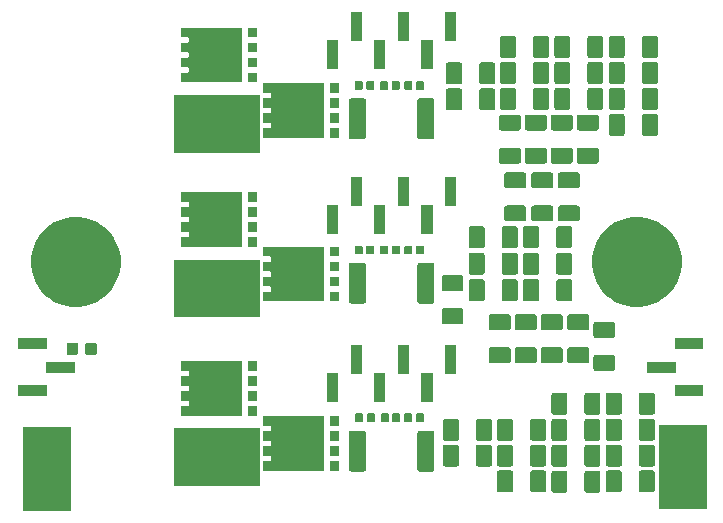
<source format=gts>
G04 #@! TF.GenerationSoftware,KiCad,Pcbnew,5.1.0*
G04 #@! TF.CreationDate,2019-05-14T15:50:41+02:00*
G04 #@! TF.ProjectId,AluPCB,416c7550-4342-42e6-9b69-6361645f7063,rev?*
G04 #@! TF.SameCoordinates,Original*
G04 #@! TF.FileFunction,Soldermask,Top*
G04 #@! TF.FilePolarity,Negative*
%FSLAX46Y46*%
G04 Gerber Fmt 4.6, Leading zero omitted, Abs format (unit mm)*
G04 Created by KiCad (PCBNEW 5.1.0) date 2019-05-14 15:50:41*
%MOMM*%
%LPD*%
G04 APERTURE LIST*
%ADD10C,0.100000*%
G04 APERTURE END LIST*
D10*
G36*
X25800000Y-66000000D02*
G01*
X21800000Y-66000000D01*
X21800000Y-59000000D01*
X25800000Y-59000000D01*
X25800000Y-66000000D01*
G37*
X25800000Y-66000000D02*
X21800000Y-66000000D01*
X21800000Y-59000000D01*
X25800000Y-59000000D01*
X25800000Y-66000000D01*
G36*
X79600000Y-65800000D02*
G01*
X75600000Y-65800000D01*
X75600000Y-58800000D01*
X79600000Y-58800000D01*
X79600000Y-65800000D01*
G37*
X79600000Y-65800000D02*
X75600000Y-65800000D01*
X75600000Y-58800000D01*
X79600000Y-58800000D01*
X79600000Y-65800000D01*
G36*
X41800000Y-35700000D02*
G01*
X34600000Y-35700000D01*
X34600000Y-30900000D01*
X41800000Y-30900000D01*
X41800000Y-35700000D01*
G37*
X41800000Y-35700000D02*
X34600000Y-35700000D01*
X34600000Y-30900000D01*
X41800000Y-30900000D01*
X41800000Y-35700000D01*
G36*
X41800000Y-49600000D02*
G01*
X34600000Y-49600000D01*
X34600000Y-44800000D01*
X41800000Y-44800000D01*
X41800000Y-49600000D01*
G37*
X41800000Y-49600000D02*
X34600000Y-49600000D01*
X34600000Y-44800000D01*
X41800000Y-44800000D01*
X41800000Y-49600000D01*
G36*
X41800000Y-63900000D02*
G01*
X34600000Y-63900000D01*
X34600000Y-59100000D01*
X41800000Y-59100000D01*
X41800000Y-63900000D01*
G37*
X41800000Y-63900000D02*
X34600000Y-63900000D01*
X34600000Y-59100000D01*
X41800000Y-59100000D01*
X41800000Y-63900000D01*
G36*
X70518604Y-62678347D02*
G01*
X70555144Y-62689432D01*
X70588821Y-62707433D01*
X70618341Y-62731659D01*
X70642567Y-62761179D01*
X70660568Y-62794856D01*
X70671653Y-62831396D01*
X70676000Y-62875538D01*
X70676000Y-64324462D01*
X70671653Y-64368604D01*
X70660568Y-64405144D01*
X70642567Y-64438821D01*
X70618341Y-64468341D01*
X70588821Y-64492567D01*
X70555144Y-64510568D01*
X70518604Y-64521653D01*
X70474462Y-64526000D01*
X69525538Y-64526000D01*
X69481396Y-64521653D01*
X69444856Y-64510568D01*
X69411179Y-64492567D01*
X69381659Y-64468341D01*
X69357433Y-64438821D01*
X69339432Y-64405144D01*
X69328347Y-64368604D01*
X69324000Y-64324462D01*
X69324000Y-62875538D01*
X69328347Y-62831396D01*
X69339432Y-62794856D01*
X69357433Y-62761179D01*
X69381659Y-62731659D01*
X69411179Y-62707433D01*
X69444856Y-62689432D01*
X69481396Y-62678347D01*
X69525538Y-62674000D01*
X70474462Y-62674000D01*
X70518604Y-62678347D01*
X70518604Y-62678347D01*
G37*
G36*
X67718604Y-62678347D02*
G01*
X67755144Y-62689432D01*
X67788821Y-62707433D01*
X67818341Y-62731659D01*
X67842567Y-62761179D01*
X67860568Y-62794856D01*
X67871653Y-62831396D01*
X67876000Y-62875538D01*
X67876000Y-64324462D01*
X67871653Y-64368604D01*
X67860568Y-64405144D01*
X67842567Y-64438821D01*
X67818341Y-64468341D01*
X67788821Y-64492567D01*
X67755144Y-64510568D01*
X67718604Y-64521653D01*
X67674462Y-64526000D01*
X66725538Y-64526000D01*
X66681396Y-64521653D01*
X66644856Y-64510568D01*
X66611179Y-64492567D01*
X66581659Y-64468341D01*
X66557433Y-64438821D01*
X66539432Y-64405144D01*
X66528347Y-64368604D01*
X66524000Y-64324462D01*
X66524000Y-62875538D01*
X66528347Y-62831396D01*
X66539432Y-62794856D01*
X66557433Y-62761179D01*
X66581659Y-62731659D01*
X66611179Y-62707433D01*
X66644856Y-62689432D01*
X66681396Y-62678347D01*
X66725538Y-62674000D01*
X67674462Y-62674000D01*
X67718604Y-62678347D01*
X67718604Y-62678347D01*
G37*
G36*
X72318604Y-62658347D02*
G01*
X72355144Y-62669432D01*
X72388821Y-62687433D01*
X72418341Y-62711659D01*
X72442567Y-62741179D01*
X72460568Y-62774856D01*
X72471653Y-62811396D01*
X72476000Y-62855538D01*
X72476000Y-64304462D01*
X72471653Y-64348604D01*
X72460568Y-64385144D01*
X72442567Y-64418821D01*
X72418341Y-64448341D01*
X72388821Y-64472567D01*
X72355144Y-64490568D01*
X72318604Y-64501653D01*
X72274462Y-64506000D01*
X71325538Y-64506000D01*
X71281396Y-64501653D01*
X71244856Y-64490568D01*
X71211179Y-64472567D01*
X71181659Y-64448341D01*
X71157433Y-64418821D01*
X71139432Y-64385144D01*
X71128347Y-64348604D01*
X71124000Y-64304462D01*
X71124000Y-62855538D01*
X71128347Y-62811396D01*
X71139432Y-62774856D01*
X71157433Y-62741179D01*
X71181659Y-62711659D01*
X71211179Y-62687433D01*
X71244856Y-62669432D01*
X71281396Y-62658347D01*
X71325538Y-62654000D01*
X72274462Y-62654000D01*
X72318604Y-62658347D01*
X72318604Y-62658347D01*
G37*
G36*
X75118604Y-62658347D02*
G01*
X75155144Y-62669432D01*
X75188821Y-62687433D01*
X75218341Y-62711659D01*
X75242567Y-62741179D01*
X75260568Y-62774856D01*
X75271653Y-62811396D01*
X75276000Y-62855538D01*
X75276000Y-64304462D01*
X75271653Y-64348604D01*
X75260568Y-64385144D01*
X75242567Y-64418821D01*
X75218341Y-64448341D01*
X75188821Y-64472567D01*
X75155144Y-64490568D01*
X75118604Y-64501653D01*
X75074462Y-64506000D01*
X74125538Y-64506000D01*
X74081396Y-64501653D01*
X74044856Y-64490568D01*
X74011179Y-64472567D01*
X73981659Y-64448341D01*
X73957433Y-64418821D01*
X73939432Y-64385144D01*
X73928347Y-64348604D01*
X73924000Y-64304462D01*
X73924000Y-62855538D01*
X73928347Y-62811396D01*
X73939432Y-62774856D01*
X73957433Y-62741179D01*
X73981659Y-62711659D01*
X74011179Y-62687433D01*
X74044856Y-62669432D01*
X74081396Y-62658347D01*
X74125538Y-62654000D01*
X75074462Y-62654000D01*
X75118604Y-62658347D01*
X75118604Y-62658347D01*
G37*
G36*
X63118605Y-62658347D02*
G01*
X63155145Y-62669432D01*
X63188822Y-62687433D01*
X63218342Y-62711659D01*
X63242568Y-62741179D01*
X63260569Y-62774856D01*
X63271654Y-62811396D01*
X63276001Y-62855538D01*
X63276001Y-64304462D01*
X63271654Y-64348604D01*
X63260569Y-64385144D01*
X63242568Y-64418821D01*
X63218342Y-64448341D01*
X63188822Y-64472567D01*
X63155145Y-64490568D01*
X63118605Y-64501653D01*
X63074463Y-64506000D01*
X62125539Y-64506000D01*
X62081397Y-64501653D01*
X62044857Y-64490568D01*
X62011180Y-64472567D01*
X61981660Y-64448341D01*
X61957434Y-64418821D01*
X61939433Y-64385144D01*
X61928348Y-64348604D01*
X61924001Y-64304462D01*
X61924001Y-62855538D01*
X61928348Y-62811396D01*
X61939433Y-62774856D01*
X61957434Y-62741179D01*
X61981660Y-62711659D01*
X62011180Y-62687433D01*
X62044857Y-62669432D01*
X62081397Y-62658347D01*
X62125539Y-62654000D01*
X63074463Y-62654000D01*
X63118605Y-62658347D01*
X63118605Y-62658347D01*
G37*
G36*
X65918605Y-62658347D02*
G01*
X65955145Y-62669432D01*
X65988822Y-62687433D01*
X66018342Y-62711659D01*
X66042568Y-62741179D01*
X66060569Y-62774856D01*
X66071654Y-62811396D01*
X66076001Y-62855538D01*
X66076001Y-64304462D01*
X66071654Y-64348604D01*
X66060569Y-64385144D01*
X66042568Y-64418821D01*
X66018342Y-64448341D01*
X65988822Y-64472567D01*
X65955145Y-64490568D01*
X65918605Y-64501653D01*
X65874463Y-64506000D01*
X64925539Y-64506000D01*
X64881397Y-64501653D01*
X64844857Y-64490568D01*
X64811180Y-64472567D01*
X64781660Y-64448341D01*
X64757434Y-64418821D01*
X64739433Y-64385144D01*
X64728348Y-64348604D01*
X64724001Y-64304462D01*
X64724001Y-62855538D01*
X64728348Y-62811396D01*
X64739433Y-62774856D01*
X64757434Y-62741179D01*
X64781660Y-62711659D01*
X64811180Y-62687433D01*
X64844857Y-62669432D01*
X64881397Y-62658347D01*
X64925539Y-62654000D01*
X65874463Y-62654000D01*
X65918605Y-62658347D01*
X65918605Y-62658347D01*
G37*
G36*
X50672798Y-59298247D02*
G01*
X50708367Y-59309037D01*
X50741139Y-59326554D01*
X50769869Y-59350131D01*
X50793446Y-59378861D01*
X50810963Y-59411633D01*
X50821753Y-59447202D01*
X50826000Y-59490325D01*
X50826000Y-62549675D01*
X50821753Y-62592798D01*
X50810963Y-62628367D01*
X50793446Y-62661139D01*
X50769869Y-62689869D01*
X50741139Y-62713446D01*
X50708367Y-62730963D01*
X50672798Y-62741753D01*
X50629675Y-62746000D01*
X49570325Y-62746000D01*
X49527202Y-62741753D01*
X49491633Y-62730963D01*
X49458861Y-62713446D01*
X49430131Y-62689869D01*
X49406554Y-62661139D01*
X49389037Y-62628367D01*
X49378247Y-62592798D01*
X49374000Y-62549675D01*
X49374000Y-59490325D01*
X49378247Y-59447202D01*
X49389037Y-59411633D01*
X49406554Y-59378861D01*
X49430131Y-59350131D01*
X49458861Y-59326554D01*
X49491633Y-59309037D01*
X49527202Y-59298247D01*
X49570325Y-59294000D01*
X50629675Y-59294000D01*
X50672798Y-59298247D01*
X50672798Y-59298247D01*
G37*
G36*
X56472798Y-59298247D02*
G01*
X56508367Y-59309037D01*
X56541139Y-59326554D01*
X56569869Y-59350131D01*
X56593446Y-59378861D01*
X56610963Y-59411633D01*
X56621753Y-59447202D01*
X56626000Y-59490325D01*
X56626000Y-62549675D01*
X56621753Y-62592798D01*
X56610963Y-62628367D01*
X56593446Y-62661139D01*
X56569869Y-62689869D01*
X56541139Y-62713446D01*
X56508367Y-62730963D01*
X56472798Y-62741753D01*
X56429675Y-62746000D01*
X55370325Y-62746000D01*
X55327202Y-62741753D01*
X55291633Y-62730963D01*
X55258861Y-62713446D01*
X55230131Y-62689869D01*
X55206554Y-62661139D01*
X55189037Y-62628367D01*
X55178247Y-62592798D01*
X55174000Y-62549675D01*
X55174000Y-59490325D01*
X55178247Y-59447202D01*
X55189037Y-59411633D01*
X55206554Y-59378861D01*
X55230131Y-59350131D01*
X55258861Y-59326554D01*
X55291633Y-59309037D01*
X55327202Y-59298247D01*
X55370325Y-59294000D01*
X56429675Y-59294000D01*
X56472798Y-59298247D01*
X56472798Y-59298247D01*
G37*
G36*
X48549000Y-62698000D02*
G01*
X47747000Y-62698000D01*
X47747000Y-61896000D01*
X48549000Y-61896000D01*
X48549000Y-62698000D01*
X48549000Y-62698000D01*
G37*
G36*
X47244000Y-62698000D02*
G01*
X42147000Y-62698000D01*
X42147000Y-61896000D01*
X42667001Y-61896000D01*
X42691387Y-61893598D01*
X42714836Y-61886485D01*
X42736447Y-61874934D01*
X42755389Y-61859389D01*
X42770934Y-61840447D01*
X42782485Y-61818836D01*
X42789598Y-61795387D01*
X42792000Y-61771001D01*
X42792000Y-61552999D01*
X42789598Y-61528613D01*
X42782485Y-61505164D01*
X42770934Y-61483553D01*
X42755389Y-61464611D01*
X42736447Y-61449066D01*
X42714836Y-61437515D01*
X42691387Y-61430402D01*
X42667001Y-61428000D01*
X42147000Y-61428000D01*
X42147000Y-60626000D01*
X42667001Y-60626000D01*
X42691387Y-60623598D01*
X42714836Y-60616485D01*
X42736447Y-60604934D01*
X42755389Y-60589389D01*
X42770934Y-60570447D01*
X42782485Y-60548836D01*
X42789598Y-60525387D01*
X42792000Y-60501001D01*
X42792000Y-60282999D01*
X42789598Y-60258613D01*
X42782485Y-60235164D01*
X42770934Y-60213553D01*
X42755389Y-60194611D01*
X42736447Y-60179066D01*
X42714836Y-60167515D01*
X42691387Y-60160402D01*
X42667001Y-60158000D01*
X42147000Y-60158000D01*
X42147000Y-59356000D01*
X42667001Y-59356000D01*
X42691387Y-59353598D01*
X42714836Y-59346485D01*
X42736447Y-59334934D01*
X42755389Y-59319389D01*
X42770934Y-59300447D01*
X42782485Y-59278836D01*
X42789598Y-59255387D01*
X42792000Y-59231001D01*
X42792000Y-59012999D01*
X42789598Y-58988613D01*
X42782485Y-58965164D01*
X42770934Y-58943553D01*
X42755389Y-58924611D01*
X42736447Y-58909066D01*
X42714836Y-58897515D01*
X42691387Y-58890402D01*
X42667001Y-58888000D01*
X42147000Y-58888000D01*
X42147000Y-58086000D01*
X47244000Y-58086000D01*
X47244000Y-62698000D01*
X47244000Y-62698000D01*
G37*
G36*
X70518604Y-60478347D02*
G01*
X70555144Y-60489432D01*
X70588821Y-60507433D01*
X70618341Y-60531659D01*
X70642567Y-60561179D01*
X70660568Y-60594856D01*
X70671653Y-60631396D01*
X70676000Y-60675538D01*
X70676000Y-62124462D01*
X70671653Y-62168604D01*
X70660568Y-62205144D01*
X70642567Y-62238821D01*
X70618341Y-62268341D01*
X70588821Y-62292567D01*
X70555144Y-62310568D01*
X70518604Y-62321653D01*
X70474462Y-62326000D01*
X69525538Y-62326000D01*
X69481396Y-62321653D01*
X69444856Y-62310568D01*
X69411179Y-62292567D01*
X69381659Y-62268341D01*
X69357433Y-62238821D01*
X69339432Y-62205144D01*
X69328347Y-62168604D01*
X69324000Y-62124462D01*
X69324000Y-60675538D01*
X69328347Y-60631396D01*
X69339432Y-60594856D01*
X69357433Y-60561179D01*
X69381659Y-60531659D01*
X69411179Y-60507433D01*
X69444856Y-60489432D01*
X69481396Y-60478347D01*
X69525538Y-60474000D01*
X70474462Y-60474000D01*
X70518604Y-60478347D01*
X70518604Y-60478347D01*
G37*
G36*
X67718604Y-60478347D02*
G01*
X67755144Y-60489432D01*
X67788821Y-60507433D01*
X67818341Y-60531659D01*
X67842567Y-60561179D01*
X67860568Y-60594856D01*
X67871653Y-60631396D01*
X67876000Y-60675538D01*
X67876000Y-62124462D01*
X67871653Y-62168604D01*
X67860568Y-62205144D01*
X67842567Y-62238821D01*
X67818341Y-62268341D01*
X67788821Y-62292567D01*
X67755144Y-62310568D01*
X67718604Y-62321653D01*
X67674462Y-62326000D01*
X66725538Y-62326000D01*
X66681396Y-62321653D01*
X66644856Y-62310568D01*
X66611179Y-62292567D01*
X66581659Y-62268341D01*
X66557433Y-62238821D01*
X66539432Y-62205144D01*
X66528347Y-62168604D01*
X66524000Y-62124462D01*
X66524000Y-60675538D01*
X66528347Y-60631396D01*
X66539432Y-60594856D01*
X66557433Y-60561179D01*
X66581659Y-60531659D01*
X66611179Y-60507433D01*
X66644856Y-60489432D01*
X66681396Y-60478347D01*
X66725538Y-60474000D01*
X67674462Y-60474000D01*
X67718604Y-60478347D01*
X67718604Y-60478347D01*
G37*
G36*
X72318604Y-60478347D02*
G01*
X72355144Y-60489432D01*
X72388821Y-60507433D01*
X72418341Y-60531659D01*
X72442567Y-60561179D01*
X72460568Y-60594856D01*
X72471653Y-60631396D01*
X72476000Y-60675538D01*
X72476000Y-62124462D01*
X72471653Y-62168604D01*
X72460568Y-62205144D01*
X72442567Y-62238821D01*
X72418341Y-62268341D01*
X72388821Y-62292567D01*
X72355144Y-62310568D01*
X72318604Y-62321653D01*
X72274462Y-62326000D01*
X71325538Y-62326000D01*
X71281396Y-62321653D01*
X71244856Y-62310568D01*
X71211179Y-62292567D01*
X71181659Y-62268341D01*
X71157433Y-62238821D01*
X71139432Y-62205144D01*
X71128347Y-62168604D01*
X71124000Y-62124462D01*
X71124000Y-60675538D01*
X71128347Y-60631396D01*
X71139432Y-60594856D01*
X71157433Y-60561179D01*
X71181659Y-60531659D01*
X71211179Y-60507433D01*
X71244856Y-60489432D01*
X71281396Y-60478347D01*
X71325538Y-60474000D01*
X72274462Y-60474000D01*
X72318604Y-60478347D01*
X72318604Y-60478347D01*
G37*
G36*
X75118604Y-60478347D02*
G01*
X75155144Y-60489432D01*
X75188821Y-60507433D01*
X75218341Y-60531659D01*
X75242567Y-60561179D01*
X75260568Y-60594856D01*
X75271653Y-60631396D01*
X75276000Y-60675538D01*
X75276000Y-62124462D01*
X75271653Y-62168604D01*
X75260568Y-62205144D01*
X75242567Y-62238821D01*
X75218341Y-62268341D01*
X75188821Y-62292567D01*
X75155144Y-62310568D01*
X75118604Y-62321653D01*
X75074462Y-62326000D01*
X74125538Y-62326000D01*
X74081396Y-62321653D01*
X74044856Y-62310568D01*
X74011179Y-62292567D01*
X73981659Y-62268341D01*
X73957433Y-62238821D01*
X73939432Y-62205144D01*
X73928347Y-62168604D01*
X73924000Y-62124462D01*
X73924000Y-60675538D01*
X73928347Y-60631396D01*
X73939432Y-60594856D01*
X73957433Y-60561179D01*
X73981659Y-60531659D01*
X74011179Y-60507433D01*
X74044856Y-60489432D01*
X74081396Y-60478347D01*
X74125538Y-60474000D01*
X75074462Y-60474000D01*
X75118604Y-60478347D01*
X75118604Y-60478347D01*
G37*
G36*
X65918604Y-60478347D02*
G01*
X65955144Y-60489432D01*
X65988821Y-60507433D01*
X66018341Y-60531659D01*
X66042567Y-60561179D01*
X66060568Y-60594856D01*
X66071653Y-60631396D01*
X66076000Y-60675538D01*
X66076000Y-62124462D01*
X66071653Y-62168604D01*
X66060568Y-62205144D01*
X66042567Y-62238821D01*
X66018341Y-62268341D01*
X65988821Y-62292567D01*
X65955144Y-62310568D01*
X65918604Y-62321653D01*
X65874462Y-62326000D01*
X64925538Y-62326000D01*
X64881396Y-62321653D01*
X64844856Y-62310568D01*
X64811179Y-62292567D01*
X64781659Y-62268341D01*
X64757433Y-62238821D01*
X64739432Y-62205144D01*
X64728347Y-62168604D01*
X64724000Y-62124462D01*
X64724000Y-60675538D01*
X64728347Y-60631396D01*
X64739432Y-60594856D01*
X64757433Y-60561179D01*
X64781659Y-60531659D01*
X64811179Y-60507433D01*
X64844856Y-60489432D01*
X64881396Y-60478347D01*
X64925538Y-60474000D01*
X65874462Y-60474000D01*
X65918604Y-60478347D01*
X65918604Y-60478347D01*
G37*
G36*
X63118604Y-60478347D02*
G01*
X63155144Y-60489432D01*
X63188821Y-60507433D01*
X63218341Y-60531659D01*
X63242567Y-60561179D01*
X63260568Y-60594856D01*
X63271653Y-60631396D01*
X63276000Y-60675538D01*
X63276000Y-62124462D01*
X63271653Y-62168604D01*
X63260568Y-62205144D01*
X63242567Y-62238821D01*
X63218341Y-62268341D01*
X63188821Y-62292567D01*
X63155144Y-62310568D01*
X63118604Y-62321653D01*
X63074462Y-62326000D01*
X62125538Y-62326000D01*
X62081396Y-62321653D01*
X62044856Y-62310568D01*
X62011179Y-62292567D01*
X61981659Y-62268341D01*
X61957433Y-62238821D01*
X61939432Y-62205144D01*
X61928347Y-62168604D01*
X61924000Y-62124462D01*
X61924000Y-60675538D01*
X61928347Y-60631396D01*
X61939432Y-60594856D01*
X61957433Y-60561179D01*
X61981659Y-60531659D01*
X62011179Y-60507433D01*
X62044856Y-60489432D01*
X62081396Y-60478347D01*
X62125538Y-60474000D01*
X63074462Y-60474000D01*
X63118604Y-60478347D01*
X63118604Y-60478347D01*
G37*
G36*
X58518604Y-60478347D02*
G01*
X58555144Y-60489432D01*
X58588821Y-60507433D01*
X58618341Y-60531659D01*
X58642567Y-60561179D01*
X58660568Y-60594856D01*
X58671653Y-60631396D01*
X58676000Y-60675538D01*
X58676000Y-62124462D01*
X58671653Y-62168604D01*
X58660568Y-62205144D01*
X58642567Y-62238821D01*
X58618341Y-62268341D01*
X58588821Y-62292567D01*
X58555144Y-62310568D01*
X58518604Y-62321653D01*
X58474462Y-62326000D01*
X57525538Y-62326000D01*
X57481396Y-62321653D01*
X57444856Y-62310568D01*
X57411179Y-62292567D01*
X57381659Y-62268341D01*
X57357433Y-62238821D01*
X57339432Y-62205144D01*
X57328347Y-62168604D01*
X57324000Y-62124462D01*
X57324000Y-60675538D01*
X57328347Y-60631396D01*
X57339432Y-60594856D01*
X57357433Y-60561179D01*
X57381659Y-60531659D01*
X57411179Y-60507433D01*
X57444856Y-60489432D01*
X57481396Y-60478347D01*
X57525538Y-60474000D01*
X58474462Y-60474000D01*
X58518604Y-60478347D01*
X58518604Y-60478347D01*
G37*
G36*
X61318604Y-60478347D02*
G01*
X61355144Y-60489432D01*
X61388821Y-60507433D01*
X61418341Y-60531659D01*
X61442567Y-60561179D01*
X61460568Y-60594856D01*
X61471653Y-60631396D01*
X61476000Y-60675538D01*
X61476000Y-62124462D01*
X61471653Y-62168604D01*
X61460568Y-62205144D01*
X61442567Y-62238821D01*
X61418341Y-62268341D01*
X61388821Y-62292567D01*
X61355144Y-62310568D01*
X61318604Y-62321653D01*
X61274462Y-62326000D01*
X60325538Y-62326000D01*
X60281396Y-62321653D01*
X60244856Y-62310568D01*
X60211179Y-62292567D01*
X60181659Y-62268341D01*
X60157433Y-62238821D01*
X60139432Y-62205144D01*
X60128347Y-62168604D01*
X60124000Y-62124462D01*
X60124000Y-60675538D01*
X60128347Y-60631396D01*
X60139432Y-60594856D01*
X60157433Y-60561179D01*
X60181659Y-60531659D01*
X60211179Y-60507433D01*
X60244856Y-60489432D01*
X60281396Y-60478347D01*
X60325538Y-60474000D01*
X61274462Y-60474000D01*
X61318604Y-60478347D01*
X61318604Y-60478347D01*
G37*
G36*
X48549000Y-61428000D02*
G01*
X47747000Y-61428000D01*
X47747000Y-60626000D01*
X48549000Y-60626000D01*
X48549000Y-61428000D01*
X48549000Y-61428000D01*
G37*
G36*
X48549000Y-60158000D02*
G01*
X47747000Y-60158000D01*
X47747000Y-59356000D01*
X48549000Y-59356000D01*
X48549000Y-60158000D01*
X48549000Y-60158000D01*
G37*
G36*
X67718605Y-58298347D02*
G01*
X67755145Y-58309432D01*
X67788822Y-58327433D01*
X67818342Y-58351659D01*
X67842568Y-58381179D01*
X67860569Y-58414856D01*
X67871654Y-58451396D01*
X67876001Y-58495538D01*
X67876001Y-59944462D01*
X67871654Y-59988604D01*
X67860569Y-60025144D01*
X67842568Y-60058821D01*
X67818342Y-60088341D01*
X67788822Y-60112567D01*
X67755145Y-60130568D01*
X67718605Y-60141653D01*
X67674463Y-60146000D01*
X66725539Y-60146000D01*
X66681397Y-60141653D01*
X66644857Y-60130568D01*
X66611180Y-60112567D01*
X66581660Y-60088341D01*
X66557434Y-60058821D01*
X66539433Y-60025144D01*
X66528348Y-59988604D01*
X66524001Y-59944462D01*
X66524001Y-58495538D01*
X66528348Y-58451396D01*
X66539433Y-58414856D01*
X66557434Y-58381179D01*
X66581660Y-58351659D01*
X66611180Y-58327433D01*
X66644857Y-58309432D01*
X66681397Y-58298347D01*
X66725539Y-58294000D01*
X67674463Y-58294000D01*
X67718605Y-58298347D01*
X67718605Y-58298347D01*
G37*
G36*
X70518605Y-58298347D02*
G01*
X70555145Y-58309432D01*
X70588822Y-58327433D01*
X70618342Y-58351659D01*
X70642568Y-58381179D01*
X70660569Y-58414856D01*
X70671654Y-58451396D01*
X70676001Y-58495538D01*
X70676001Y-59944462D01*
X70671654Y-59988604D01*
X70660569Y-60025144D01*
X70642568Y-60058821D01*
X70618342Y-60088341D01*
X70588822Y-60112567D01*
X70555145Y-60130568D01*
X70518605Y-60141653D01*
X70474463Y-60146000D01*
X69525539Y-60146000D01*
X69481397Y-60141653D01*
X69444857Y-60130568D01*
X69411180Y-60112567D01*
X69381660Y-60088341D01*
X69357434Y-60058821D01*
X69339433Y-60025144D01*
X69328348Y-59988604D01*
X69324001Y-59944462D01*
X69324001Y-58495538D01*
X69328348Y-58451396D01*
X69339433Y-58414856D01*
X69357434Y-58381179D01*
X69381660Y-58351659D01*
X69411180Y-58327433D01*
X69444857Y-58309432D01*
X69481397Y-58298347D01*
X69525539Y-58294000D01*
X70474463Y-58294000D01*
X70518605Y-58298347D01*
X70518605Y-58298347D01*
G37*
G36*
X58518603Y-58298347D02*
G01*
X58555143Y-58309432D01*
X58588820Y-58327433D01*
X58618340Y-58351659D01*
X58642566Y-58381179D01*
X58660567Y-58414856D01*
X58671652Y-58451396D01*
X58675999Y-58495538D01*
X58675999Y-59944462D01*
X58671652Y-59988604D01*
X58660567Y-60025144D01*
X58642566Y-60058821D01*
X58618340Y-60088341D01*
X58588820Y-60112567D01*
X58555143Y-60130568D01*
X58518603Y-60141653D01*
X58474461Y-60146000D01*
X57525537Y-60146000D01*
X57481395Y-60141653D01*
X57444855Y-60130568D01*
X57411178Y-60112567D01*
X57381658Y-60088341D01*
X57357432Y-60058821D01*
X57339431Y-60025144D01*
X57328346Y-59988604D01*
X57323999Y-59944462D01*
X57323999Y-58495538D01*
X57328346Y-58451396D01*
X57339431Y-58414856D01*
X57357432Y-58381179D01*
X57381658Y-58351659D01*
X57411178Y-58327433D01*
X57444855Y-58309432D01*
X57481395Y-58298347D01*
X57525537Y-58294000D01*
X58474461Y-58294000D01*
X58518603Y-58298347D01*
X58518603Y-58298347D01*
G37*
G36*
X61318603Y-58298347D02*
G01*
X61355143Y-58309432D01*
X61388820Y-58327433D01*
X61418340Y-58351659D01*
X61442566Y-58381179D01*
X61460567Y-58414856D01*
X61471652Y-58451396D01*
X61475999Y-58495538D01*
X61475999Y-59944462D01*
X61471652Y-59988604D01*
X61460567Y-60025144D01*
X61442566Y-60058821D01*
X61418340Y-60088341D01*
X61388820Y-60112567D01*
X61355143Y-60130568D01*
X61318603Y-60141653D01*
X61274461Y-60146000D01*
X60325537Y-60146000D01*
X60281395Y-60141653D01*
X60244855Y-60130568D01*
X60211178Y-60112567D01*
X60181658Y-60088341D01*
X60157432Y-60058821D01*
X60139431Y-60025144D01*
X60128346Y-59988604D01*
X60123999Y-59944462D01*
X60123999Y-58495538D01*
X60128346Y-58451396D01*
X60139431Y-58414856D01*
X60157432Y-58381179D01*
X60181658Y-58351659D01*
X60211178Y-58327433D01*
X60244855Y-58309432D01*
X60281395Y-58298347D01*
X60325537Y-58294000D01*
X61274461Y-58294000D01*
X61318603Y-58298347D01*
X61318603Y-58298347D01*
G37*
G36*
X63118604Y-58278347D02*
G01*
X63155144Y-58289432D01*
X63188821Y-58307433D01*
X63218341Y-58331659D01*
X63242567Y-58361179D01*
X63260568Y-58394856D01*
X63271653Y-58431396D01*
X63276000Y-58475538D01*
X63276000Y-59924462D01*
X63271653Y-59968604D01*
X63260568Y-60005144D01*
X63242567Y-60038821D01*
X63218341Y-60068341D01*
X63188821Y-60092567D01*
X63155144Y-60110568D01*
X63118604Y-60121653D01*
X63074462Y-60126000D01*
X62125538Y-60126000D01*
X62081396Y-60121653D01*
X62044856Y-60110568D01*
X62011179Y-60092567D01*
X61981659Y-60068341D01*
X61957433Y-60038821D01*
X61939432Y-60005144D01*
X61928347Y-59968604D01*
X61924000Y-59924462D01*
X61924000Y-58475538D01*
X61928347Y-58431396D01*
X61939432Y-58394856D01*
X61957433Y-58361179D01*
X61981659Y-58331659D01*
X62011179Y-58307433D01*
X62044856Y-58289432D01*
X62081396Y-58278347D01*
X62125538Y-58274000D01*
X63074462Y-58274000D01*
X63118604Y-58278347D01*
X63118604Y-58278347D01*
G37*
G36*
X75118604Y-58278347D02*
G01*
X75155144Y-58289432D01*
X75188821Y-58307433D01*
X75218341Y-58331659D01*
X75242567Y-58361179D01*
X75260568Y-58394856D01*
X75271653Y-58431396D01*
X75276000Y-58475538D01*
X75276000Y-59924462D01*
X75271653Y-59968604D01*
X75260568Y-60005144D01*
X75242567Y-60038821D01*
X75218341Y-60068341D01*
X75188821Y-60092567D01*
X75155144Y-60110568D01*
X75118604Y-60121653D01*
X75074462Y-60126000D01*
X74125538Y-60126000D01*
X74081396Y-60121653D01*
X74044856Y-60110568D01*
X74011179Y-60092567D01*
X73981659Y-60068341D01*
X73957433Y-60038821D01*
X73939432Y-60005144D01*
X73928347Y-59968604D01*
X73924000Y-59924462D01*
X73924000Y-58475538D01*
X73928347Y-58431396D01*
X73939432Y-58394856D01*
X73957433Y-58361179D01*
X73981659Y-58331659D01*
X74011179Y-58307433D01*
X74044856Y-58289432D01*
X74081396Y-58278347D01*
X74125538Y-58274000D01*
X75074462Y-58274000D01*
X75118604Y-58278347D01*
X75118604Y-58278347D01*
G37*
G36*
X65918604Y-58278347D02*
G01*
X65955144Y-58289432D01*
X65988821Y-58307433D01*
X66018341Y-58331659D01*
X66042567Y-58361179D01*
X66060568Y-58394856D01*
X66071653Y-58431396D01*
X66076000Y-58475538D01*
X66076000Y-59924462D01*
X66071653Y-59968604D01*
X66060568Y-60005144D01*
X66042567Y-60038821D01*
X66018341Y-60068341D01*
X65988821Y-60092567D01*
X65955144Y-60110568D01*
X65918604Y-60121653D01*
X65874462Y-60126000D01*
X64925538Y-60126000D01*
X64881396Y-60121653D01*
X64844856Y-60110568D01*
X64811179Y-60092567D01*
X64781659Y-60068341D01*
X64757433Y-60038821D01*
X64739432Y-60005144D01*
X64728347Y-59968604D01*
X64724000Y-59924462D01*
X64724000Y-58475538D01*
X64728347Y-58431396D01*
X64739432Y-58394856D01*
X64757433Y-58361179D01*
X64781659Y-58331659D01*
X64811179Y-58307433D01*
X64844856Y-58289432D01*
X64881396Y-58278347D01*
X64925538Y-58274000D01*
X65874462Y-58274000D01*
X65918604Y-58278347D01*
X65918604Y-58278347D01*
G37*
G36*
X72318604Y-58278347D02*
G01*
X72355144Y-58289432D01*
X72388821Y-58307433D01*
X72418341Y-58331659D01*
X72442567Y-58361179D01*
X72460568Y-58394856D01*
X72471653Y-58431396D01*
X72476000Y-58475538D01*
X72476000Y-59924462D01*
X72471653Y-59968604D01*
X72460568Y-60005144D01*
X72442567Y-60038821D01*
X72418341Y-60068341D01*
X72388821Y-60092567D01*
X72355144Y-60110568D01*
X72318604Y-60121653D01*
X72274462Y-60126000D01*
X71325538Y-60126000D01*
X71281396Y-60121653D01*
X71244856Y-60110568D01*
X71211179Y-60092567D01*
X71181659Y-60068341D01*
X71157433Y-60038821D01*
X71139432Y-60005144D01*
X71128347Y-59968604D01*
X71124000Y-59924462D01*
X71124000Y-58475538D01*
X71128347Y-58431396D01*
X71139432Y-58394856D01*
X71157433Y-58361179D01*
X71181659Y-58331659D01*
X71211179Y-58307433D01*
X71244856Y-58289432D01*
X71281396Y-58278347D01*
X71325538Y-58274000D01*
X72274462Y-58274000D01*
X72318604Y-58278347D01*
X72318604Y-58278347D01*
G37*
G36*
X48549000Y-58888000D02*
G01*
X47747000Y-58888000D01*
X47747000Y-58086000D01*
X48549000Y-58086000D01*
X48549000Y-58888000D01*
X48549000Y-58888000D01*
G37*
G36*
X51491938Y-57831716D02*
G01*
X51512557Y-57837971D01*
X51531553Y-57848124D01*
X51548208Y-57861792D01*
X51561876Y-57878447D01*
X51572029Y-57897443D01*
X51578284Y-57918062D01*
X51581000Y-57945640D01*
X51581000Y-58454360D01*
X51578284Y-58481938D01*
X51572029Y-58502557D01*
X51561876Y-58521553D01*
X51548208Y-58538208D01*
X51531553Y-58551876D01*
X51512557Y-58562029D01*
X51491938Y-58568284D01*
X51464360Y-58571000D01*
X51005640Y-58571000D01*
X50978062Y-58568284D01*
X50957443Y-58562029D01*
X50938447Y-58551876D01*
X50921792Y-58538208D01*
X50908124Y-58521553D01*
X50897971Y-58502557D01*
X50891716Y-58481938D01*
X50889000Y-58454360D01*
X50889000Y-57945640D01*
X50891716Y-57918062D01*
X50897971Y-57897443D01*
X50908124Y-57878447D01*
X50921792Y-57861792D01*
X50938447Y-57848124D01*
X50957443Y-57837971D01*
X50978062Y-57831716D01*
X51005640Y-57829000D01*
X51464360Y-57829000D01*
X51491938Y-57831716D01*
X51491938Y-57831716D01*
G37*
G36*
X50521938Y-57831716D02*
G01*
X50542557Y-57837971D01*
X50561553Y-57848124D01*
X50578208Y-57861792D01*
X50591876Y-57878447D01*
X50602029Y-57897443D01*
X50608284Y-57918062D01*
X50611000Y-57945640D01*
X50611000Y-58454360D01*
X50608284Y-58481938D01*
X50602029Y-58502557D01*
X50591876Y-58521553D01*
X50578208Y-58538208D01*
X50561553Y-58551876D01*
X50542557Y-58562029D01*
X50521938Y-58568284D01*
X50494360Y-58571000D01*
X50035640Y-58571000D01*
X50008062Y-58568284D01*
X49987443Y-58562029D01*
X49968447Y-58551876D01*
X49951792Y-58538208D01*
X49938124Y-58521553D01*
X49927971Y-58502557D01*
X49921716Y-58481938D01*
X49919000Y-58454360D01*
X49919000Y-57945640D01*
X49921716Y-57918062D01*
X49927971Y-57897443D01*
X49938124Y-57878447D01*
X49951792Y-57861792D01*
X49968447Y-57848124D01*
X49987443Y-57837971D01*
X50008062Y-57831716D01*
X50035640Y-57829000D01*
X50494360Y-57829000D01*
X50521938Y-57831716D01*
X50521938Y-57831716D01*
G37*
G36*
X52671938Y-57831716D02*
G01*
X52692557Y-57837971D01*
X52711553Y-57848124D01*
X52728208Y-57861792D01*
X52741876Y-57878447D01*
X52752029Y-57897443D01*
X52758284Y-57918062D01*
X52761000Y-57945640D01*
X52761000Y-58454360D01*
X52758284Y-58481938D01*
X52752029Y-58502557D01*
X52741876Y-58521553D01*
X52728208Y-58538208D01*
X52711553Y-58551876D01*
X52692557Y-58562029D01*
X52671938Y-58568284D01*
X52644360Y-58571000D01*
X52185640Y-58571000D01*
X52158062Y-58568284D01*
X52137443Y-58562029D01*
X52118447Y-58551876D01*
X52101792Y-58538208D01*
X52088124Y-58521553D01*
X52077971Y-58502557D01*
X52071716Y-58481938D01*
X52069000Y-58454360D01*
X52069000Y-57945640D01*
X52071716Y-57918062D01*
X52077971Y-57897443D01*
X52088124Y-57878447D01*
X52101792Y-57861792D01*
X52118447Y-57848124D01*
X52137443Y-57837971D01*
X52158062Y-57831716D01*
X52185640Y-57829000D01*
X52644360Y-57829000D01*
X52671938Y-57831716D01*
X52671938Y-57831716D01*
G37*
G36*
X53641938Y-57831716D02*
G01*
X53662557Y-57837971D01*
X53681553Y-57848124D01*
X53698208Y-57861792D01*
X53711876Y-57878447D01*
X53722029Y-57897443D01*
X53728284Y-57918062D01*
X53731000Y-57945640D01*
X53731000Y-58454360D01*
X53728284Y-58481938D01*
X53722029Y-58502557D01*
X53711876Y-58521553D01*
X53698208Y-58538208D01*
X53681553Y-58551876D01*
X53662557Y-58562029D01*
X53641938Y-58568284D01*
X53614360Y-58571000D01*
X53155640Y-58571000D01*
X53128062Y-58568284D01*
X53107443Y-58562029D01*
X53088447Y-58551876D01*
X53071792Y-58538208D01*
X53058124Y-58521553D01*
X53047971Y-58502557D01*
X53041716Y-58481938D01*
X53039000Y-58454360D01*
X53039000Y-57945640D01*
X53041716Y-57918062D01*
X53047971Y-57897443D01*
X53058124Y-57878447D01*
X53071792Y-57861792D01*
X53088447Y-57848124D01*
X53107443Y-57837971D01*
X53128062Y-57831716D01*
X53155640Y-57829000D01*
X53614360Y-57829000D01*
X53641938Y-57831716D01*
X53641938Y-57831716D01*
G37*
G36*
X55641938Y-57831716D02*
G01*
X55662557Y-57837971D01*
X55681553Y-57848124D01*
X55698208Y-57861792D01*
X55711876Y-57878447D01*
X55722029Y-57897443D01*
X55728284Y-57918062D01*
X55731000Y-57945640D01*
X55731000Y-58454360D01*
X55728284Y-58481938D01*
X55722029Y-58502557D01*
X55711876Y-58521553D01*
X55698208Y-58538208D01*
X55681553Y-58551876D01*
X55662557Y-58562029D01*
X55641938Y-58568284D01*
X55614360Y-58571000D01*
X55155640Y-58571000D01*
X55128062Y-58568284D01*
X55107443Y-58562029D01*
X55088447Y-58551876D01*
X55071792Y-58538208D01*
X55058124Y-58521553D01*
X55047971Y-58502557D01*
X55041716Y-58481938D01*
X55039000Y-58454360D01*
X55039000Y-57945640D01*
X55041716Y-57918062D01*
X55047971Y-57897443D01*
X55058124Y-57878447D01*
X55071792Y-57861792D01*
X55088447Y-57848124D01*
X55107443Y-57837971D01*
X55128062Y-57831716D01*
X55155640Y-57829000D01*
X55614360Y-57829000D01*
X55641938Y-57831716D01*
X55641938Y-57831716D01*
G37*
G36*
X54671938Y-57831716D02*
G01*
X54692557Y-57837971D01*
X54711553Y-57848124D01*
X54728208Y-57861792D01*
X54741876Y-57878447D01*
X54752029Y-57897443D01*
X54758284Y-57918062D01*
X54761000Y-57945640D01*
X54761000Y-58454360D01*
X54758284Y-58481938D01*
X54752029Y-58502557D01*
X54741876Y-58521553D01*
X54728208Y-58538208D01*
X54711553Y-58551876D01*
X54692557Y-58562029D01*
X54671938Y-58568284D01*
X54644360Y-58571000D01*
X54185640Y-58571000D01*
X54158062Y-58568284D01*
X54137443Y-58562029D01*
X54118447Y-58551876D01*
X54101792Y-58538208D01*
X54088124Y-58521553D01*
X54077971Y-58502557D01*
X54071716Y-58481938D01*
X54069000Y-58454360D01*
X54069000Y-57945640D01*
X54071716Y-57918062D01*
X54077971Y-57897443D01*
X54088124Y-57878447D01*
X54101792Y-57861792D01*
X54118447Y-57848124D01*
X54137443Y-57837971D01*
X54158062Y-57831716D01*
X54185640Y-57829000D01*
X54644360Y-57829000D01*
X54671938Y-57831716D01*
X54671938Y-57831716D01*
G37*
G36*
X40296000Y-58006000D02*
G01*
X35199000Y-58006000D01*
X35199000Y-57204000D01*
X35719001Y-57204000D01*
X35743387Y-57201598D01*
X35766836Y-57194485D01*
X35788447Y-57182934D01*
X35807389Y-57167389D01*
X35822934Y-57148447D01*
X35834485Y-57126836D01*
X35841598Y-57103387D01*
X35844000Y-57079001D01*
X35844000Y-56860999D01*
X35841598Y-56836613D01*
X35834485Y-56813164D01*
X35822934Y-56791553D01*
X35807389Y-56772611D01*
X35788447Y-56757066D01*
X35766836Y-56745515D01*
X35743387Y-56738402D01*
X35719001Y-56736000D01*
X35199000Y-56736000D01*
X35199000Y-55934000D01*
X35719001Y-55934000D01*
X35743387Y-55931598D01*
X35766836Y-55924485D01*
X35788447Y-55912934D01*
X35807389Y-55897389D01*
X35822934Y-55878447D01*
X35834485Y-55856836D01*
X35841598Y-55833387D01*
X35844000Y-55809001D01*
X35844000Y-55590999D01*
X35841598Y-55566613D01*
X35834485Y-55543164D01*
X35822934Y-55521553D01*
X35807389Y-55502611D01*
X35788447Y-55487066D01*
X35766836Y-55475515D01*
X35743387Y-55468402D01*
X35719001Y-55466000D01*
X35199000Y-55466000D01*
X35199000Y-54664000D01*
X35719001Y-54664000D01*
X35743387Y-54661598D01*
X35766836Y-54654485D01*
X35788447Y-54642934D01*
X35807389Y-54627389D01*
X35822934Y-54608447D01*
X35834485Y-54586836D01*
X35841598Y-54563387D01*
X35844000Y-54539001D01*
X35844000Y-54320999D01*
X35841598Y-54296613D01*
X35834485Y-54273164D01*
X35822934Y-54251553D01*
X35807389Y-54232611D01*
X35788447Y-54217066D01*
X35766836Y-54205515D01*
X35743387Y-54198402D01*
X35719001Y-54196000D01*
X35199000Y-54196000D01*
X35199000Y-53394000D01*
X40296000Y-53394000D01*
X40296000Y-58006000D01*
X40296000Y-58006000D01*
G37*
G36*
X41601000Y-58006000D02*
G01*
X40799000Y-58006000D01*
X40799000Y-57204000D01*
X41601000Y-57204000D01*
X41601000Y-58006000D01*
X41601000Y-58006000D01*
G37*
G36*
X67718604Y-56078347D02*
G01*
X67755144Y-56089432D01*
X67788821Y-56107433D01*
X67818341Y-56131659D01*
X67842567Y-56161179D01*
X67860568Y-56194856D01*
X67871653Y-56231396D01*
X67876000Y-56275538D01*
X67876000Y-57724462D01*
X67871653Y-57768604D01*
X67860568Y-57805144D01*
X67842567Y-57838821D01*
X67818341Y-57868341D01*
X67788821Y-57892567D01*
X67755144Y-57910568D01*
X67718604Y-57921653D01*
X67674462Y-57926000D01*
X66725538Y-57926000D01*
X66681396Y-57921653D01*
X66644856Y-57910568D01*
X66611179Y-57892567D01*
X66581659Y-57868341D01*
X66557433Y-57838821D01*
X66539432Y-57805144D01*
X66528347Y-57768604D01*
X66524000Y-57724462D01*
X66524000Y-56275538D01*
X66528347Y-56231396D01*
X66539432Y-56194856D01*
X66557433Y-56161179D01*
X66581659Y-56131659D01*
X66611179Y-56107433D01*
X66644856Y-56089432D01*
X66681396Y-56078347D01*
X66725538Y-56074000D01*
X67674462Y-56074000D01*
X67718604Y-56078347D01*
X67718604Y-56078347D01*
G37*
G36*
X75118604Y-56078347D02*
G01*
X75155144Y-56089432D01*
X75188821Y-56107433D01*
X75218341Y-56131659D01*
X75242567Y-56161179D01*
X75260568Y-56194856D01*
X75271653Y-56231396D01*
X75276000Y-56275538D01*
X75276000Y-57724462D01*
X75271653Y-57768604D01*
X75260568Y-57805144D01*
X75242567Y-57838821D01*
X75218341Y-57868341D01*
X75188821Y-57892567D01*
X75155144Y-57910568D01*
X75118604Y-57921653D01*
X75074462Y-57926000D01*
X74125538Y-57926000D01*
X74081396Y-57921653D01*
X74044856Y-57910568D01*
X74011179Y-57892567D01*
X73981659Y-57868341D01*
X73957433Y-57838821D01*
X73939432Y-57805144D01*
X73928347Y-57768604D01*
X73924000Y-57724462D01*
X73924000Y-56275538D01*
X73928347Y-56231396D01*
X73939432Y-56194856D01*
X73957433Y-56161179D01*
X73981659Y-56131659D01*
X74011179Y-56107433D01*
X74044856Y-56089432D01*
X74081396Y-56078347D01*
X74125538Y-56074000D01*
X75074462Y-56074000D01*
X75118604Y-56078347D01*
X75118604Y-56078347D01*
G37*
G36*
X72318604Y-56078347D02*
G01*
X72355144Y-56089432D01*
X72388821Y-56107433D01*
X72418341Y-56131659D01*
X72442567Y-56161179D01*
X72460568Y-56194856D01*
X72471653Y-56231396D01*
X72476000Y-56275538D01*
X72476000Y-57724462D01*
X72471653Y-57768604D01*
X72460568Y-57805144D01*
X72442567Y-57838821D01*
X72418341Y-57868341D01*
X72388821Y-57892567D01*
X72355144Y-57910568D01*
X72318604Y-57921653D01*
X72274462Y-57926000D01*
X71325538Y-57926000D01*
X71281396Y-57921653D01*
X71244856Y-57910568D01*
X71211179Y-57892567D01*
X71181659Y-57868341D01*
X71157433Y-57838821D01*
X71139432Y-57805144D01*
X71128347Y-57768604D01*
X71124000Y-57724462D01*
X71124000Y-56275538D01*
X71128347Y-56231396D01*
X71139432Y-56194856D01*
X71157433Y-56161179D01*
X71181659Y-56131659D01*
X71211179Y-56107433D01*
X71244856Y-56089432D01*
X71281396Y-56078347D01*
X71325538Y-56074000D01*
X72274462Y-56074000D01*
X72318604Y-56078347D01*
X72318604Y-56078347D01*
G37*
G36*
X70518604Y-56078347D02*
G01*
X70555144Y-56089432D01*
X70588821Y-56107433D01*
X70618341Y-56131659D01*
X70642567Y-56161179D01*
X70660568Y-56194856D01*
X70671653Y-56231396D01*
X70676000Y-56275538D01*
X70676000Y-57724462D01*
X70671653Y-57768604D01*
X70660568Y-57805144D01*
X70642567Y-57838821D01*
X70618341Y-57868341D01*
X70588821Y-57892567D01*
X70555144Y-57910568D01*
X70518604Y-57921653D01*
X70474462Y-57926000D01*
X69525538Y-57926000D01*
X69481396Y-57921653D01*
X69444856Y-57910568D01*
X69411179Y-57892567D01*
X69381659Y-57868341D01*
X69357433Y-57838821D01*
X69339432Y-57805144D01*
X69328347Y-57768604D01*
X69324000Y-57724462D01*
X69324000Y-56275538D01*
X69328347Y-56231396D01*
X69339432Y-56194856D01*
X69357433Y-56161179D01*
X69381659Y-56131659D01*
X69411179Y-56107433D01*
X69444856Y-56089432D01*
X69481396Y-56078347D01*
X69525538Y-56074000D01*
X70474462Y-56074000D01*
X70518604Y-56078347D01*
X70518604Y-56078347D01*
G37*
G36*
X48476000Y-56821000D02*
G01*
X47524000Y-56821000D01*
X47524000Y-54369000D01*
X48476000Y-54369000D01*
X48476000Y-56821000D01*
X48476000Y-56821000D01*
G37*
G36*
X52476000Y-56821000D02*
G01*
X51524000Y-56821000D01*
X51524000Y-54369000D01*
X52476000Y-54369000D01*
X52476000Y-56821000D01*
X52476000Y-56821000D01*
G37*
G36*
X56476000Y-56821000D02*
G01*
X55524000Y-56821000D01*
X55524000Y-54369000D01*
X56476000Y-54369000D01*
X56476000Y-56821000D01*
X56476000Y-56821000D01*
G37*
G36*
X41601000Y-56736000D02*
G01*
X40799000Y-56736000D01*
X40799000Y-55934000D01*
X41601000Y-55934000D01*
X41601000Y-56736000D01*
X41601000Y-56736000D01*
G37*
G36*
X23801000Y-56386000D02*
G01*
X21349000Y-56386000D01*
X21349000Y-55434000D01*
X23801000Y-55434000D01*
X23801000Y-56386000D01*
X23801000Y-56386000D01*
G37*
G36*
X79401000Y-56386000D02*
G01*
X76949000Y-56386000D01*
X76949000Y-55434000D01*
X79401000Y-55434000D01*
X79401000Y-56386000D01*
X79401000Y-56386000D01*
G37*
G36*
X41601000Y-55466000D02*
G01*
X40799000Y-55466000D01*
X40799000Y-54664000D01*
X41601000Y-54664000D01*
X41601000Y-55466000D01*
X41601000Y-55466000D01*
G37*
G36*
X58476000Y-54471000D02*
G01*
X57524000Y-54471000D01*
X57524000Y-52019000D01*
X58476000Y-52019000D01*
X58476000Y-54471000D01*
X58476000Y-54471000D01*
G37*
G36*
X54476000Y-54471000D02*
G01*
X53524000Y-54471000D01*
X53524000Y-52019000D01*
X54476000Y-52019000D01*
X54476000Y-54471000D01*
X54476000Y-54471000D01*
G37*
G36*
X50476000Y-54471000D02*
G01*
X49524000Y-54471000D01*
X49524000Y-52019000D01*
X50476000Y-52019000D01*
X50476000Y-54471000D01*
X50476000Y-54471000D01*
G37*
G36*
X77051000Y-54386000D02*
G01*
X74599000Y-54386000D01*
X74599000Y-53434000D01*
X77051000Y-53434000D01*
X77051000Y-54386000D01*
X77051000Y-54386000D01*
G37*
G36*
X26151000Y-54386000D02*
G01*
X23699000Y-54386000D01*
X23699000Y-53434000D01*
X26151000Y-53434000D01*
X26151000Y-54386000D01*
X26151000Y-54386000D01*
G37*
G36*
X71768604Y-52878347D02*
G01*
X71805144Y-52889432D01*
X71838821Y-52907433D01*
X71868341Y-52931659D01*
X71892567Y-52961179D01*
X71910568Y-52994856D01*
X71921653Y-53031396D01*
X71926000Y-53075538D01*
X71926000Y-54024462D01*
X71921653Y-54068604D01*
X71910568Y-54105144D01*
X71892567Y-54138821D01*
X71868341Y-54168341D01*
X71838821Y-54192567D01*
X71805144Y-54210568D01*
X71768604Y-54221653D01*
X71724462Y-54226000D01*
X70275538Y-54226000D01*
X70231396Y-54221653D01*
X70194856Y-54210568D01*
X70161179Y-54192567D01*
X70131659Y-54168341D01*
X70107433Y-54138821D01*
X70089432Y-54105144D01*
X70078347Y-54068604D01*
X70074000Y-54024462D01*
X70074000Y-53075538D01*
X70078347Y-53031396D01*
X70089432Y-52994856D01*
X70107433Y-52961179D01*
X70131659Y-52931659D01*
X70161179Y-52907433D01*
X70194856Y-52889432D01*
X70231396Y-52878347D01*
X70275538Y-52874000D01*
X71724462Y-52874000D01*
X71768604Y-52878347D01*
X71768604Y-52878347D01*
G37*
G36*
X41601000Y-54196000D02*
G01*
X40799000Y-54196000D01*
X40799000Y-53394000D01*
X41601000Y-53394000D01*
X41601000Y-54196000D01*
X41601000Y-54196000D01*
G37*
G36*
X69568604Y-52228347D02*
G01*
X69605144Y-52239432D01*
X69638821Y-52257433D01*
X69668341Y-52281659D01*
X69692567Y-52311179D01*
X69710568Y-52344856D01*
X69721653Y-52381396D01*
X69726000Y-52425538D01*
X69726000Y-53374462D01*
X69721653Y-53418604D01*
X69710568Y-53455144D01*
X69692567Y-53488821D01*
X69668341Y-53518341D01*
X69638821Y-53542567D01*
X69605144Y-53560568D01*
X69568604Y-53571653D01*
X69524462Y-53576000D01*
X68075538Y-53576000D01*
X68031396Y-53571653D01*
X67994856Y-53560568D01*
X67961179Y-53542567D01*
X67931659Y-53518341D01*
X67907433Y-53488821D01*
X67889432Y-53455144D01*
X67878347Y-53418604D01*
X67874000Y-53374462D01*
X67874000Y-52425538D01*
X67878347Y-52381396D01*
X67889432Y-52344856D01*
X67907433Y-52311179D01*
X67931659Y-52281659D01*
X67961179Y-52257433D01*
X67994856Y-52239432D01*
X68031396Y-52228347D01*
X68075538Y-52224000D01*
X69524462Y-52224000D01*
X69568604Y-52228347D01*
X69568604Y-52228347D01*
G37*
G36*
X67318604Y-52228347D02*
G01*
X67355144Y-52239432D01*
X67388821Y-52257433D01*
X67418341Y-52281659D01*
X67442567Y-52311179D01*
X67460568Y-52344856D01*
X67471653Y-52381396D01*
X67476000Y-52425538D01*
X67476000Y-53374462D01*
X67471653Y-53418604D01*
X67460568Y-53455144D01*
X67442567Y-53488821D01*
X67418341Y-53518341D01*
X67388821Y-53542567D01*
X67355144Y-53560568D01*
X67318604Y-53571653D01*
X67274462Y-53576000D01*
X65825538Y-53576000D01*
X65781396Y-53571653D01*
X65744856Y-53560568D01*
X65711179Y-53542567D01*
X65681659Y-53518341D01*
X65657433Y-53488821D01*
X65639432Y-53455144D01*
X65628347Y-53418604D01*
X65624000Y-53374462D01*
X65624000Y-52425538D01*
X65628347Y-52381396D01*
X65639432Y-52344856D01*
X65657433Y-52311179D01*
X65681659Y-52281659D01*
X65711179Y-52257433D01*
X65744856Y-52239432D01*
X65781396Y-52228347D01*
X65825538Y-52224000D01*
X67274462Y-52224000D01*
X67318604Y-52228347D01*
X67318604Y-52228347D01*
G37*
G36*
X62918604Y-52228347D02*
G01*
X62955144Y-52239432D01*
X62988821Y-52257433D01*
X63018341Y-52281659D01*
X63042567Y-52311179D01*
X63060568Y-52344856D01*
X63071653Y-52381396D01*
X63076000Y-52425538D01*
X63076000Y-53374462D01*
X63071653Y-53418604D01*
X63060568Y-53455144D01*
X63042567Y-53488821D01*
X63018341Y-53518341D01*
X62988821Y-53542567D01*
X62955144Y-53560568D01*
X62918604Y-53571653D01*
X62874462Y-53576000D01*
X61425538Y-53576000D01*
X61381396Y-53571653D01*
X61344856Y-53560568D01*
X61311179Y-53542567D01*
X61281659Y-53518341D01*
X61257433Y-53488821D01*
X61239432Y-53455144D01*
X61228347Y-53418604D01*
X61224000Y-53374462D01*
X61224000Y-52425538D01*
X61228347Y-52381396D01*
X61239432Y-52344856D01*
X61257433Y-52311179D01*
X61281659Y-52281659D01*
X61311179Y-52257433D01*
X61344856Y-52239432D01*
X61381396Y-52228347D01*
X61425538Y-52224000D01*
X62874462Y-52224000D01*
X62918604Y-52228347D01*
X62918604Y-52228347D01*
G37*
G36*
X65118604Y-52228346D02*
G01*
X65155144Y-52239431D01*
X65188821Y-52257432D01*
X65218341Y-52281658D01*
X65242567Y-52311178D01*
X65260568Y-52344855D01*
X65271653Y-52381395D01*
X65276000Y-52425537D01*
X65276000Y-53374461D01*
X65271653Y-53418603D01*
X65260568Y-53455143D01*
X65242567Y-53488820D01*
X65218341Y-53518340D01*
X65188821Y-53542566D01*
X65155144Y-53560567D01*
X65118604Y-53571652D01*
X65074462Y-53575999D01*
X63625538Y-53575999D01*
X63581396Y-53571652D01*
X63544856Y-53560567D01*
X63511179Y-53542566D01*
X63481659Y-53518340D01*
X63457433Y-53488820D01*
X63439432Y-53455143D01*
X63428347Y-53418603D01*
X63424000Y-53374461D01*
X63424000Y-52425537D01*
X63428347Y-52381395D01*
X63439432Y-52344855D01*
X63457433Y-52311178D01*
X63481659Y-52281658D01*
X63511179Y-52257432D01*
X63544856Y-52239431D01*
X63581396Y-52228346D01*
X63625538Y-52223999D01*
X65074462Y-52223999D01*
X65118604Y-52228346D01*
X65118604Y-52228346D01*
G37*
G36*
X27879591Y-51828085D02*
G01*
X27913569Y-51838393D01*
X27944890Y-51855134D01*
X27972339Y-51877661D01*
X27994866Y-51905110D01*
X28011607Y-51936431D01*
X28021915Y-51970409D01*
X28026000Y-52011890D01*
X28026000Y-52688110D01*
X28021915Y-52729591D01*
X28011607Y-52763569D01*
X27994866Y-52794890D01*
X27972339Y-52822339D01*
X27944890Y-52844866D01*
X27913569Y-52861607D01*
X27879591Y-52871915D01*
X27838110Y-52876000D01*
X27236890Y-52876000D01*
X27195409Y-52871915D01*
X27161431Y-52861607D01*
X27130110Y-52844866D01*
X27102661Y-52822339D01*
X27080134Y-52794890D01*
X27063393Y-52763569D01*
X27053085Y-52729591D01*
X27049000Y-52688110D01*
X27049000Y-52011890D01*
X27053085Y-51970409D01*
X27063393Y-51936431D01*
X27080134Y-51905110D01*
X27102661Y-51877661D01*
X27130110Y-51855134D01*
X27161431Y-51838393D01*
X27195409Y-51828085D01*
X27236890Y-51824000D01*
X27838110Y-51824000D01*
X27879591Y-51828085D01*
X27879591Y-51828085D01*
G37*
G36*
X26304591Y-51828085D02*
G01*
X26338569Y-51838393D01*
X26369890Y-51855134D01*
X26397339Y-51877661D01*
X26419866Y-51905110D01*
X26436607Y-51936431D01*
X26446915Y-51970409D01*
X26451000Y-52011890D01*
X26451000Y-52688110D01*
X26446915Y-52729591D01*
X26436607Y-52763569D01*
X26419866Y-52794890D01*
X26397339Y-52822339D01*
X26369890Y-52844866D01*
X26338569Y-52861607D01*
X26304591Y-52871915D01*
X26263110Y-52876000D01*
X25661890Y-52876000D01*
X25620409Y-52871915D01*
X25586431Y-52861607D01*
X25555110Y-52844866D01*
X25527661Y-52822339D01*
X25505134Y-52794890D01*
X25488393Y-52763569D01*
X25478085Y-52729591D01*
X25474000Y-52688110D01*
X25474000Y-52011890D01*
X25478085Y-51970409D01*
X25488393Y-51936431D01*
X25505134Y-51905110D01*
X25527661Y-51877661D01*
X25555110Y-51855134D01*
X25586431Y-51838393D01*
X25620409Y-51828085D01*
X25661890Y-51824000D01*
X26263110Y-51824000D01*
X26304591Y-51828085D01*
X26304591Y-51828085D01*
G37*
G36*
X23801000Y-52386000D02*
G01*
X21349000Y-52386000D01*
X21349000Y-51434000D01*
X23801000Y-51434000D01*
X23801000Y-52386000D01*
X23801000Y-52386000D01*
G37*
G36*
X79401000Y-52386000D02*
G01*
X76949000Y-52386000D01*
X76949000Y-51434000D01*
X79401000Y-51434000D01*
X79401000Y-52386000D01*
X79401000Y-52386000D01*
G37*
G36*
X71768604Y-50078347D02*
G01*
X71805144Y-50089432D01*
X71838821Y-50107433D01*
X71868341Y-50131659D01*
X71892567Y-50161179D01*
X71910568Y-50194856D01*
X71921653Y-50231396D01*
X71926000Y-50275538D01*
X71926000Y-51224462D01*
X71921653Y-51268604D01*
X71910568Y-51305144D01*
X71892567Y-51338821D01*
X71868341Y-51368341D01*
X71838821Y-51392567D01*
X71805144Y-51410568D01*
X71768604Y-51421653D01*
X71724462Y-51426000D01*
X70275538Y-51426000D01*
X70231396Y-51421653D01*
X70194856Y-51410568D01*
X70161179Y-51392567D01*
X70131659Y-51368341D01*
X70107433Y-51338821D01*
X70089432Y-51305144D01*
X70078347Y-51268604D01*
X70074000Y-51224462D01*
X70074000Y-50275538D01*
X70078347Y-50231396D01*
X70089432Y-50194856D01*
X70107433Y-50161179D01*
X70131659Y-50131659D01*
X70161179Y-50107433D01*
X70194856Y-50089432D01*
X70231396Y-50078347D01*
X70275538Y-50074000D01*
X71724462Y-50074000D01*
X71768604Y-50078347D01*
X71768604Y-50078347D01*
G37*
G36*
X69568604Y-49428347D02*
G01*
X69605144Y-49439432D01*
X69638821Y-49457433D01*
X69668341Y-49481659D01*
X69692567Y-49511179D01*
X69710568Y-49544856D01*
X69721653Y-49581396D01*
X69726000Y-49625538D01*
X69726000Y-50574462D01*
X69721653Y-50618604D01*
X69710568Y-50655144D01*
X69692567Y-50688821D01*
X69668341Y-50718341D01*
X69638821Y-50742567D01*
X69605144Y-50760568D01*
X69568604Y-50771653D01*
X69524462Y-50776000D01*
X68075538Y-50776000D01*
X68031396Y-50771653D01*
X67994856Y-50760568D01*
X67961179Y-50742567D01*
X67931659Y-50718341D01*
X67907433Y-50688821D01*
X67889432Y-50655144D01*
X67878347Y-50618604D01*
X67874000Y-50574462D01*
X67874000Y-49625538D01*
X67878347Y-49581396D01*
X67889432Y-49544856D01*
X67907433Y-49511179D01*
X67931659Y-49481659D01*
X67961179Y-49457433D01*
X67994856Y-49439432D01*
X68031396Y-49428347D01*
X68075538Y-49424000D01*
X69524462Y-49424000D01*
X69568604Y-49428347D01*
X69568604Y-49428347D01*
G37*
G36*
X62918604Y-49428347D02*
G01*
X62955144Y-49439432D01*
X62988821Y-49457433D01*
X63018341Y-49481659D01*
X63042567Y-49511179D01*
X63060568Y-49544856D01*
X63071653Y-49581396D01*
X63076000Y-49625538D01*
X63076000Y-50574462D01*
X63071653Y-50618604D01*
X63060568Y-50655144D01*
X63042567Y-50688821D01*
X63018341Y-50718341D01*
X62988821Y-50742567D01*
X62955144Y-50760568D01*
X62918604Y-50771653D01*
X62874462Y-50776000D01*
X61425538Y-50776000D01*
X61381396Y-50771653D01*
X61344856Y-50760568D01*
X61311179Y-50742567D01*
X61281659Y-50718341D01*
X61257433Y-50688821D01*
X61239432Y-50655144D01*
X61228347Y-50618604D01*
X61224000Y-50574462D01*
X61224000Y-49625538D01*
X61228347Y-49581396D01*
X61239432Y-49544856D01*
X61257433Y-49511179D01*
X61281659Y-49481659D01*
X61311179Y-49457433D01*
X61344856Y-49439432D01*
X61381396Y-49428347D01*
X61425538Y-49424000D01*
X62874462Y-49424000D01*
X62918604Y-49428347D01*
X62918604Y-49428347D01*
G37*
G36*
X67318604Y-49428347D02*
G01*
X67355144Y-49439432D01*
X67388821Y-49457433D01*
X67418341Y-49481659D01*
X67442567Y-49511179D01*
X67460568Y-49544856D01*
X67471653Y-49581396D01*
X67476000Y-49625538D01*
X67476000Y-50574462D01*
X67471653Y-50618604D01*
X67460568Y-50655144D01*
X67442567Y-50688821D01*
X67418341Y-50718341D01*
X67388821Y-50742567D01*
X67355144Y-50760568D01*
X67318604Y-50771653D01*
X67274462Y-50776000D01*
X65825538Y-50776000D01*
X65781396Y-50771653D01*
X65744856Y-50760568D01*
X65711179Y-50742567D01*
X65681659Y-50718341D01*
X65657433Y-50688821D01*
X65639432Y-50655144D01*
X65628347Y-50618604D01*
X65624000Y-50574462D01*
X65624000Y-49625538D01*
X65628347Y-49581396D01*
X65639432Y-49544856D01*
X65657433Y-49511179D01*
X65681659Y-49481659D01*
X65711179Y-49457433D01*
X65744856Y-49439432D01*
X65781396Y-49428347D01*
X65825538Y-49424000D01*
X67274462Y-49424000D01*
X67318604Y-49428347D01*
X67318604Y-49428347D01*
G37*
G36*
X65118604Y-49428346D02*
G01*
X65155144Y-49439431D01*
X65188821Y-49457432D01*
X65218341Y-49481658D01*
X65242567Y-49511178D01*
X65260568Y-49544855D01*
X65271653Y-49581395D01*
X65276000Y-49625537D01*
X65276000Y-50574461D01*
X65271653Y-50618603D01*
X65260568Y-50655143D01*
X65242567Y-50688820D01*
X65218341Y-50718340D01*
X65188821Y-50742566D01*
X65155144Y-50760567D01*
X65118604Y-50771652D01*
X65074462Y-50775999D01*
X63625538Y-50775999D01*
X63581396Y-50771652D01*
X63544856Y-50760567D01*
X63511179Y-50742566D01*
X63481659Y-50718340D01*
X63457433Y-50688820D01*
X63439432Y-50655143D01*
X63428347Y-50618603D01*
X63424000Y-50574461D01*
X63424000Y-49625537D01*
X63428347Y-49581395D01*
X63439432Y-49544855D01*
X63457433Y-49511178D01*
X63481659Y-49481658D01*
X63511179Y-49457432D01*
X63544856Y-49439431D01*
X63581396Y-49428346D01*
X63625538Y-49423999D01*
X65074462Y-49423999D01*
X65118604Y-49428346D01*
X65118604Y-49428346D01*
G37*
G36*
X58918604Y-48928347D02*
G01*
X58955144Y-48939432D01*
X58988821Y-48957433D01*
X59018341Y-48981659D01*
X59042567Y-49011179D01*
X59060568Y-49044856D01*
X59071653Y-49081396D01*
X59076000Y-49125538D01*
X59076000Y-50074462D01*
X59071653Y-50118604D01*
X59060568Y-50155144D01*
X59042567Y-50188821D01*
X59018341Y-50218341D01*
X58988821Y-50242567D01*
X58955144Y-50260568D01*
X58918604Y-50271653D01*
X58874462Y-50276000D01*
X57425538Y-50276000D01*
X57381396Y-50271653D01*
X57344856Y-50260568D01*
X57311179Y-50242567D01*
X57281659Y-50218341D01*
X57257433Y-50188821D01*
X57239432Y-50155144D01*
X57228347Y-50118604D01*
X57224000Y-50074462D01*
X57224000Y-49125538D01*
X57228347Y-49081396D01*
X57239432Y-49044856D01*
X57257433Y-49011179D01*
X57281659Y-48981659D01*
X57311179Y-48957433D01*
X57344856Y-48939432D01*
X57381396Y-48928347D01*
X57425538Y-48924000D01*
X58874462Y-48924000D01*
X58918604Y-48928347D01*
X58918604Y-48928347D01*
G37*
G36*
X74858710Y-41345070D02*
G01*
X75550447Y-41631597D01*
X75550448Y-41631598D01*
X76172996Y-42047571D01*
X76702429Y-42577004D01*
X76980374Y-42992978D01*
X77118403Y-43199553D01*
X77404930Y-43891290D01*
X77551000Y-44625633D01*
X77551000Y-45374367D01*
X77404930Y-46108710D01*
X77118403Y-46800447D01*
X77118402Y-46800448D01*
X76702429Y-47422996D01*
X76172996Y-47952429D01*
X75849467Y-48168604D01*
X75550447Y-48368403D01*
X74858710Y-48654930D01*
X74124367Y-48801000D01*
X73375633Y-48801000D01*
X72641290Y-48654930D01*
X71949553Y-48368403D01*
X71650533Y-48168604D01*
X71327004Y-47952429D01*
X70797571Y-47422996D01*
X70381598Y-46800448D01*
X70381597Y-46800447D01*
X70095070Y-46108710D01*
X69949000Y-45374367D01*
X69949000Y-44625633D01*
X70095070Y-43891290D01*
X70381597Y-43199553D01*
X70519626Y-42992978D01*
X70797571Y-42577004D01*
X71327004Y-42047571D01*
X71949552Y-41631598D01*
X71949553Y-41631597D01*
X72641290Y-41345070D01*
X73375633Y-41199000D01*
X74124367Y-41199000D01*
X74858710Y-41345070D01*
X74858710Y-41345070D01*
G37*
G36*
X27358710Y-41345070D02*
G01*
X28050447Y-41631597D01*
X28050448Y-41631598D01*
X28672996Y-42047571D01*
X29202429Y-42577004D01*
X29480374Y-42992978D01*
X29618403Y-43199553D01*
X29904930Y-43891290D01*
X30051000Y-44625633D01*
X30051000Y-45374367D01*
X29904930Y-46108710D01*
X29618403Y-46800447D01*
X29618402Y-46800448D01*
X29202429Y-47422996D01*
X28672996Y-47952429D01*
X28349467Y-48168604D01*
X28050447Y-48368403D01*
X27358710Y-48654930D01*
X26624367Y-48801000D01*
X25875633Y-48801000D01*
X25141290Y-48654930D01*
X24449553Y-48368403D01*
X24150533Y-48168604D01*
X23827004Y-47952429D01*
X23297571Y-47422996D01*
X22881598Y-46800448D01*
X22881597Y-46800447D01*
X22595070Y-46108710D01*
X22449000Y-45374367D01*
X22449000Y-44625633D01*
X22595070Y-43891290D01*
X22881597Y-43199553D01*
X23019626Y-42992978D01*
X23297571Y-42577004D01*
X23827004Y-42047571D01*
X24449552Y-41631598D01*
X24449553Y-41631597D01*
X25141290Y-41345070D01*
X25875633Y-41199000D01*
X26624367Y-41199000D01*
X27358710Y-41345070D01*
X27358710Y-41345070D01*
G37*
G36*
X50672797Y-45074247D02*
G01*
X50708366Y-45085037D01*
X50741138Y-45102554D01*
X50769868Y-45126131D01*
X50793445Y-45154861D01*
X50810962Y-45187633D01*
X50821752Y-45223202D01*
X50825999Y-45266325D01*
X50825999Y-48325675D01*
X50821752Y-48368798D01*
X50810962Y-48404367D01*
X50793445Y-48437139D01*
X50769868Y-48465869D01*
X50741138Y-48489446D01*
X50708366Y-48506963D01*
X50672797Y-48517753D01*
X50629674Y-48522000D01*
X49570324Y-48522000D01*
X49527201Y-48517753D01*
X49491632Y-48506963D01*
X49458860Y-48489446D01*
X49430130Y-48465869D01*
X49406553Y-48437139D01*
X49389036Y-48404367D01*
X49378246Y-48368798D01*
X49373999Y-48325675D01*
X49373999Y-45266325D01*
X49378246Y-45223202D01*
X49389036Y-45187633D01*
X49406553Y-45154861D01*
X49430130Y-45126131D01*
X49458860Y-45102554D01*
X49491632Y-45085037D01*
X49527201Y-45074247D01*
X49570324Y-45070000D01*
X50629674Y-45070000D01*
X50672797Y-45074247D01*
X50672797Y-45074247D01*
G37*
G36*
X56472797Y-45074247D02*
G01*
X56508366Y-45085037D01*
X56541138Y-45102554D01*
X56569868Y-45126131D01*
X56593445Y-45154861D01*
X56610962Y-45187633D01*
X56621752Y-45223202D01*
X56625999Y-45266325D01*
X56625999Y-48325675D01*
X56621752Y-48368798D01*
X56610962Y-48404367D01*
X56593445Y-48437139D01*
X56569868Y-48465869D01*
X56541138Y-48489446D01*
X56508366Y-48506963D01*
X56472797Y-48517753D01*
X56429674Y-48522000D01*
X55370324Y-48522000D01*
X55327201Y-48517753D01*
X55291632Y-48506963D01*
X55258860Y-48489446D01*
X55230130Y-48465869D01*
X55206553Y-48437139D01*
X55189036Y-48404367D01*
X55178246Y-48368798D01*
X55173999Y-48325675D01*
X55173999Y-45266325D01*
X55178246Y-45223202D01*
X55189036Y-45187633D01*
X55206553Y-45154861D01*
X55230130Y-45126131D01*
X55258860Y-45102554D01*
X55291632Y-45085037D01*
X55327201Y-45074247D01*
X55370324Y-45070000D01*
X56429674Y-45070000D01*
X56472797Y-45074247D01*
X56472797Y-45074247D01*
G37*
G36*
X48549000Y-48340000D02*
G01*
X47747000Y-48340000D01*
X47747000Y-47538000D01*
X48549000Y-47538000D01*
X48549000Y-48340000D01*
X48549000Y-48340000D01*
G37*
G36*
X47244000Y-48340000D02*
G01*
X42147000Y-48340000D01*
X42147000Y-47538000D01*
X42667001Y-47538000D01*
X42691387Y-47535598D01*
X42714836Y-47528485D01*
X42736447Y-47516934D01*
X42755389Y-47501389D01*
X42770934Y-47482447D01*
X42782485Y-47460836D01*
X42789598Y-47437387D01*
X42792000Y-47413001D01*
X42792000Y-47194999D01*
X42789598Y-47170613D01*
X42782485Y-47147164D01*
X42770934Y-47125553D01*
X42755389Y-47106611D01*
X42736447Y-47091066D01*
X42714836Y-47079515D01*
X42691387Y-47072402D01*
X42667001Y-47070000D01*
X42147000Y-47070000D01*
X42147000Y-46268000D01*
X42667001Y-46268000D01*
X42691387Y-46265598D01*
X42714836Y-46258485D01*
X42736447Y-46246934D01*
X42755389Y-46231389D01*
X42770934Y-46212447D01*
X42782485Y-46190836D01*
X42789598Y-46167387D01*
X42792000Y-46143001D01*
X42792000Y-45924999D01*
X42789598Y-45900613D01*
X42782485Y-45877164D01*
X42770934Y-45855553D01*
X42755389Y-45836611D01*
X42736447Y-45821066D01*
X42714836Y-45809515D01*
X42691387Y-45802402D01*
X42667001Y-45800000D01*
X42147000Y-45800000D01*
X42147000Y-44998000D01*
X42667001Y-44998000D01*
X42691387Y-44995598D01*
X42714836Y-44988485D01*
X42736447Y-44976934D01*
X42755389Y-44961389D01*
X42770934Y-44942447D01*
X42782485Y-44920836D01*
X42789598Y-44897387D01*
X42792000Y-44873001D01*
X42792000Y-44654999D01*
X42789598Y-44630613D01*
X42782485Y-44607164D01*
X42770934Y-44585553D01*
X42755389Y-44566611D01*
X42736447Y-44551066D01*
X42714836Y-44539515D01*
X42691387Y-44532402D01*
X42667001Y-44530000D01*
X42147000Y-44530000D01*
X42147000Y-43728000D01*
X47244000Y-43728000D01*
X47244000Y-48340000D01*
X47244000Y-48340000D01*
G37*
G36*
X63518604Y-46478347D02*
G01*
X63555144Y-46489432D01*
X63588821Y-46507433D01*
X63618341Y-46531659D01*
X63642567Y-46561179D01*
X63660568Y-46594856D01*
X63671653Y-46631396D01*
X63676000Y-46675538D01*
X63676000Y-48124462D01*
X63671653Y-48168604D01*
X63660568Y-48205144D01*
X63642567Y-48238821D01*
X63618341Y-48268341D01*
X63588821Y-48292567D01*
X63555144Y-48310568D01*
X63518604Y-48321653D01*
X63474462Y-48326000D01*
X62525538Y-48326000D01*
X62481396Y-48321653D01*
X62444856Y-48310568D01*
X62411179Y-48292567D01*
X62381659Y-48268341D01*
X62357433Y-48238821D01*
X62339432Y-48205144D01*
X62328347Y-48168604D01*
X62324000Y-48124462D01*
X62324000Y-46675538D01*
X62328347Y-46631396D01*
X62339432Y-46594856D01*
X62357433Y-46561179D01*
X62381659Y-46531659D01*
X62411179Y-46507433D01*
X62444856Y-46489432D01*
X62481396Y-46478347D01*
X62525538Y-46474000D01*
X63474462Y-46474000D01*
X63518604Y-46478347D01*
X63518604Y-46478347D01*
G37*
G36*
X68118604Y-46478347D02*
G01*
X68155144Y-46489432D01*
X68188821Y-46507433D01*
X68218341Y-46531659D01*
X68242567Y-46561179D01*
X68260568Y-46594856D01*
X68271653Y-46631396D01*
X68276000Y-46675538D01*
X68276000Y-48124462D01*
X68271653Y-48168604D01*
X68260568Y-48205144D01*
X68242567Y-48238821D01*
X68218341Y-48268341D01*
X68188821Y-48292567D01*
X68155144Y-48310568D01*
X68118604Y-48321653D01*
X68074462Y-48326000D01*
X67125538Y-48326000D01*
X67081396Y-48321653D01*
X67044856Y-48310568D01*
X67011179Y-48292567D01*
X66981659Y-48268341D01*
X66957433Y-48238821D01*
X66939432Y-48205144D01*
X66928347Y-48168604D01*
X66924000Y-48124462D01*
X66924000Y-46675538D01*
X66928347Y-46631396D01*
X66939432Y-46594856D01*
X66957433Y-46561179D01*
X66981659Y-46531659D01*
X67011179Y-46507433D01*
X67044856Y-46489432D01*
X67081396Y-46478347D01*
X67125538Y-46474000D01*
X68074462Y-46474000D01*
X68118604Y-46478347D01*
X68118604Y-46478347D01*
G37*
G36*
X65318604Y-46478347D02*
G01*
X65355144Y-46489432D01*
X65388821Y-46507433D01*
X65418341Y-46531659D01*
X65442567Y-46561179D01*
X65460568Y-46594856D01*
X65471653Y-46631396D01*
X65476000Y-46675538D01*
X65476000Y-48124462D01*
X65471653Y-48168604D01*
X65460568Y-48205144D01*
X65442567Y-48238821D01*
X65418341Y-48268341D01*
X65388821Y-48292567D01*
X65355144Y-48310568D01*
X65318604Y-48321653D01*
X65274462Y-48326000D01*
X64325538Y-48326000D01*
X64281396Y-48321653D01*
X64244856Y-48310568D01*
X64211179Y-48292567D01*
X64181659Y-48268341D01*
X64157433Y-48238821D01*
X64139432Y-48205144D01*
X64128347Y-48168604D01*
X64124000Y-48124462D01*
X64124000Y-46675538D01*
X64128347Y-46631396D01*
X64139432Y-46594856D01*
X64157433Y-46561179D01*
X64181659Y-46531659D01*
X64211179Y-46507433D01*
X64244856Y-46489432D01*
X64281396Y-46478347D01*
X64325538Y-46474000D01*
X65274462Y-46474000D01*
X65318604Y-46478347D01*
X65318604Y-46478347D01*
G37*
G36*
X60718604Y-46478347D02*
G01*
X60755144Y-46489432D01*
X60788821Y-46507433D01*
X60818341Y-46531659D01*
X60842567Y-46561179D01*
X60860568Y-46594856D01*
X60871653Y-46631396D01*
X60876000Y-46675538D01*
X60876000Y-48124462D01*
X60871653Y-48168604D01*
X60860568Y-48205144D01*
X60842567Y-48238821D01*
X60818341Y-48268341D01*
X60788821Y-48292567D01*
X60755144Y-48310568D01*
X60718604Y-48321653D01*
X60674462Y-48326000D01*
X59725538Y-48326000D01*
X59681396Y-48321653D01*
X59644856Y-48310568D01*
X59611179Y-48292567D01*
X59581659Y-48268341D01*
X59557433Y-48238821D01*
X59539432Y-48205144D01*
X59528347Y-48168604D01*
X59524000Y-48124462D01*
X59524000Y-46675538D01*
X59528347Y-46631396D01*
X59539432Y-46594856D01*
X59557433Y-46561179D01*
X59581659Y-46531659D01*
X59611179Y-46507433D01*
X59644856Y-46489432D01*
X59681396Y-46478347D01*
X59725538Y-46474000D01*
X60674462Y-46474000D01*
X60718604Y-46478347D01*
X60718604Y-46478347D01*
G37*
G36*
X58918604Y-46128347D02*
G01*
X58955144Y-46139432D01*
X58988821Y-46157433D01*
X59018341Y-46181659D01*
X59042567Y-46211179D01*
X59060568Y-46244856D01*
X59071653Y-46281396D01*
X59076000Y-46325538D01*
X59076000Y-47274462D01*
X59071653Y-47318604D01*
X59060568Y-47355144D01*
X59042567Y-47388821D01*
X59018341Y-47418341D01*
X58988821Y-47442567D01*
X58955144Y-47460568D01*
X58918604Y-47471653D01*
X58874462Y-47476000D01*
X57425538Y-47476000D01*
X57381396Y-47471653D01*
X57344856Y-47460568D01*
X57311179Y-47442567D01*
X57281659Y-47418341D01*
X57257433Y-47388821D01*
X57239432Y-47355144D01*
X57228347Y-47318604D01*
X57224000Y-47274462D01*
X57224000Y-46325538D01*
X57228347Y-46281396D01*
X57239432Y-46244856D01*
X57257433Y-46211179D01*
X57281659Y-46181659D01*
X57311179Y-46157433D01*
X57344856Y-46139432D01*
X57381396Y-46128347D01*
X57425538Y-46124000D01*
X58874462Y-46124000D01*
X58918604Y-46128347D01*
X58918604Y-46128347D01*
G37*
G36*
X48549000Y-47070000D02*
G01*
X47747000Y-47070000D01*
X47747000Y-46268000D01*
X48549000Y-46268000D01*
X48549000Y-47070000D01*
X48549000Y-47070000D01*
G37*
G36*
X63518604Y-44228347D02*
G01*
X63555144Y-44239432D01*
X63588821Y-44257433D01*
X63618341Y-44281659D01*
X63642567Y-44311179D01*
X63660568Y-44344856D01*
X63671653Y-44381396D01*
X63676000Y-44425538D01*
X63676000Y-45874462D01*
X63671653Y-45918604D01*
X63660568Y-45955144D01*
X63642567Y-45988821D01*
X63618341Y-46018341D01*
X63588821Y-46042567D01*
X63555144Y-46060568D01*
X63518604Y-46071653D01*
X63474462Y-46076000D01*
X62525538Y-46076000D01*
X62481396Y-46071653D01*
X62444856Y-46060568D01*
X62411179Y-46042567D01*
X62381659Y-46018341D01*
X62357433Y-45988821D01*
X62339432Y-45955144D01*
X62328347Y-45918604D01*
X62324000Y-45874462D01*
X62324000Y-44425538D01*
X62328347Y-44381396D01*
X62339432Y-44344856D01*
X62357433Y-44311179D01*
X62381659Y-44281659D01*
X62411179Y-44257433D01*
X62444856Y-44239432D01*
X62481396Y-44228347D01*
X62525538Y-44224000D01*
X63474462Y-44224000D01*
X63518604Y-44228347D01*
X63518604Y-44228347D01*
G37*
G36*
X60718604Y-44228347D02*
G01*
X60755144Y-44239432D01*
X60788821Y-44257433D01*
X60818341Y-44281659D01*
X60842567Y-44311179D01*
X60860568Y-44344856D01*
X60871653Y-44381396D01*
X60876000Y-44425538D01*
X60876000Y-45874462D01*
X60871653Y-45918604D01*
X60860568Y-45955144D01*
X60842567Y-45988821D01*
X60818341Y-46018341D01*
X60788821Y-46042567D01*
X60755144Y-46060568D01*
X60718604Y-46071653D01*
X60674462Y-46076000D01*
X59725538Y-46076000D01*
X59681396Y-46071653D01*
X59644856Y-46060568D01*
X59611179Y-46042567D01*
X59581659Y-46018341D01*
X59557433Y-45988821D01*
X59539432Y-45955144D01*
X59528347Y-45918604D01*
X59524000Y-45874462D01*
X59524000Y-44425538D01*
X59528347Y-44381396D01*
X59539432Y-44344856D01*
X59557433Y-44311179D01*
X59581659Y-44281659D01*
X59611179Y-44257433D01*
X59644856Y-44239432D01*
X59681396Y-44228347D01*
X59725538Y-44224000D01*
X60674462Y-44224000D01*
X60718604Y-44228347D01*
X60718604Y-44228347D01*
G37*
G36*
X68118604Y-44228347D02*
G01*
X68155144Y-44239432D01*
X68188821Y-44257433D01*
X68218341Y-44281659D01*
X68242567Y-44311179D01*
X68260568Y-44344856D01*
X68271653Y-44381396D01*
X68276000Y-44425538D01*
X68276000Y-45874462D01*
X68271653Y-45918604D01*
X68260568Y-45955144D01*
X68242567Y-45988821D01*
X68218341Y-46018341D01*
X68188821Y-46042567D01*
X68155144Y-46060568D01*
X68118604Y-46071653D01*
X68074462Y-46076000D01*
X67125538Y-46076000D01*
X67081396Y-46071653D01*
X67044856Y-46060568D01*
X67011179Y-46042567D01*
X66981659Y-46018341D01*
X66957433Y-45988821D01*
X66939432Y-45955144D01*
X66928347Y-45918604D01*
X66924000Y-45874462D01*
X66924000Y-44425538D01*
X66928347Y-44381396D01*
X66939432Y-44344856D01*
X66957433Y-44311179D01*
X66981659Y-44281659D01*
X67011179Y-44257433D01*
X67044856Y-44239432D01*
X67081396Y-44228347D01*
X67125538Y-44224000D01*
X68074462Y-44224000D01*
X68118604Y-44228347D01*
X68118604Y-44228347D01*
G37*
G36*
X65318604Y-44228347D02*
G01*
X65355144Y-44239432D01*
X65388821Y-44257433D01*
X65418341Y-44281659D01*
X65442567Y-44311179D01*
X65460568Y-44344856D01*
X65471653Y-44381396D01*
X65476000Y-44425538D01*
X65476000Y-45874462D01*
X65471653Y-45918604D01*
X65460568Y-45955144D01*
X65442567Y-45988821D01*
X65418341Y-46018341D01*
X65388821Y-46042567D01*
X65355144Y-46060568D01*
X65318604Y-46071653D01*
X65274462Y-46076000D01*
X64325538Y-46076000D01*
X64281396Y-46071653D01*
X64244856Y-46060568D01*
X64211179Y-46042567D01*
X64181659Y-46018341D01*
X64157433Y-45988821D01*
X64139432Y-45955144D01*
X64128347Y-45918604D01*
X64124000Y-45874462D01*
X64124000Y-44425538D01*
X64128347Y-44381396D01*
X64139432Y-44344856D01*
X64157433Y-44311179D01*
X64181659Y-44281659D01*
X64211179Y-44257433D01*
X64244856Y-44239432D01*
X64281396Y-44228347D01*
X64325538Y-44224000D01*
X65274462Y-44224000D01*
X65318604Y-44228347D01*
X65318604Y-44228347D01*
G37*
G36*
X48549000Y-45800000D02*
G01*
X47747000Y-45800000D01*
X47747000Y-44998000D01*
X48549000Y-44998000D01*
X48549000Y-45800000D01*
X48549000Y-45800000D01*
G37*
G36*
X48549000Y-44530000D02*
G01*
X47747000Y-44530000D01*
X47747000Y-43728000D01*
X48549000Y-43728000D01*
X48549000Y-44530000D01*
X48549000Y-44530000D01*
G37*
G36*
X52636938Y-43631716D02*
G01*
X52657557Y-43637971D01*
X52676553Y-43648124D01*
X52693208Y-43661792D01*
X52706876Y-43678447D01*
X52717029Y-43697443D01*
X52723284Y-43718062D01*
X52726000Y-43745640D01*
X52726000Y-44254360D01*
X52723284Y-44281938D01*
X52717029Y-44302557D01*
X52706876Y-44321553D01*
X52693208Y-44338208D01*
X52676553Y-44351876D01*
X52657557Y-44362029D01*
X52636938Y-44368284D01*
X52609360Y-44371000D01*
X52150640Y-44371000D01*
X52123062Y-44368284D01*
X52102443Y-44362029D01*
X52083447Y-44351876D01*
X52066792Y-44338208D01*
X52053124Y-44321553D01*
X52042971Y-44302557D01*
X52036716Y-44281938D01*
X52034000Y-44254360D01*
X52034000Y-43745640D01*
X52036716Y-43718062D01*
X52042971Y-43697443D01*
X52053124Y-43678447D01*
X52066792Y-43661792D01*
X52083447Y-43648124D01*
X52102443Y-43637971D01*
X52123062Y-43631716D01*
X52150640Y-43629000D01*
X52609360Y-43629000D01*
X52636938Y-43631716D01*
X52636938Y-43631716D01*
G37*
G36*
X50456938Y-43631716D02*
G01*
X50477557Y-43637971D01*
X50496553Y-43648124D01*
X50513208Y-43661792D01*
X50526876Y-43678447D01*
X50537029Y-43697443D01*
X50543284Y-43718062D01*
X50546000Y-43745640D01*
X50546000Y-44254360D01*
X50543284Y-44281938D01*
X50537029Y-44302557D01*
X50526876Y-44321553D01*
X50513208Y-44338208D01*
X50496553Y-44351876D01*
X50477557Y-44362029D01*
X50456938Y-44368284D01*
X50429360Y-44371000D01*
X49970640Y-44371000D01*
X49943062Y-44368284D01*
X49922443Y-44362029D01*
X49903447Y-44351876D01*
X49886792Y-44338208D01*
X49873124Y-44321553D01*
X49862971Y-44302557D01*
X49856716Y-44281938D01*
X49854000Y-44254360D01*
X49854000Y-43745640D01*
X49856716Y-43718062D01*
X49862971Y-43697443D01*
X49873124Y-43678447D01*
X49886792Y-43661792D01*
X49903447Y-43648124D01*
X49922443Y-43637971D01*
X49943062Y-43631716D01*
X49970640Y-43629000D01*
X50429360Y-43629000D01*
X50456938Y-43631716D01*
X50456938Y-43631716D01*
G37*
G36*
X51426938Y-43631716D02*
G01*
X51447557Y-43637971D01*
X51466553Y-43648124D01*
X51483208Y-43661792D01*
X51496876Y-43678447D01*
X51507029Y-43697443D01*
X51513284Y-43718062D01*
X51516000Y-43745640D01*
X51516000Y-44254360D01*
X51513284Y-44281938D01*
X51507029Y-44302557D01*
X51496876Y-44321553D01*
X51483208Y-44338208D01*
X51466553Y-44351876D01*
X51447557Y-44362029D01*
X51426938Y-44368284D01*
X51399360Y-44371000D01*
X50940640Y-44371000D01*
X50913062Y-44368284D01*
X50892443Y-44362029D01*
X50873447Y-44351876D01*
X50856792Y-44338208D01*
X50843124Y-44321553D01*
X50832971Y-44302557D01*
X50826716Y-44281938D01*
X50824000Y-44254360D01*
X50824000Y-43745640D01*
X50826716Y-43718062D01*
X50832971Y-43697443D01*
X50843124Y-43678447D01*
X50856792Y-43661792D01*
X50873447Y-43648124D01*
X50892443Y-43637971D01*
X50913062Y-43631716D01*
X50940640Y-43629000D01*
X51399360Y-43629000D01*
X51426938Y-43631716D01*
X51426938Y-43631716D01*
G37*
G36*
X55641938Y-43631716D02*
G01*
X55662557Y-43637971D01*
X55681553Y-43648124D01*
X55698208Y-43661792D01*
X55711876Y-43678447D01*
X55722029Y-43697443D01*
X55728284Y-43718062D01*
X55731000Y-43745640D01*
X55731000Y-44254360D01*
X55728284Y-44281938D01*
X55722029Y-44302557D01*
X55711876Y-44321553D01*
X55698208Y-44338208D01*
X55681553Y-44351876D01*
X55662557Y-44362029D01*
X55641938Y-44368284D01*
X55614360Y-44371000D01*
X55155640Y-44371000D01*
X55128062Y-44368284D01*
X55107443Y-44362029D01*
X55088447Y-44351876D01*
X55071792Y-44338208D01*
X55058124Y-44321553D01*
X55047971Y-44302557D01*
X55041716Y-44281938D01*
X55039000Y-44254360D01*
X55039000Y-43745640D01*
X55041716Y-43718062D01*
X55047971Y-43697443D01*
X55058124Y-43678447D01*
X55071792Y-43661792D01*
X55088447Y-43648124D01*
X55107443Y-43637971D01*
X55128062Y-43631716D01*
X55155640Y-43629000D01*
X55614360Y-43629000D01*
X55641938Y-43631716D01*
X55641938Y-43631716D01*
G37*
G36*
X54671938Y-43631716D02*
G01*
X54692557Y-43637971D01*
X54711553Y-43648124D01*
X54728208Y-43661792D01*
X54741876Y-43678447D01*
X54752029Y-43697443D01*
X54758284Y-43718062D01*
X54761000Y-43745640D01*
X54761000Y-44254360D01*
X54758284Y-44281938D01*
X54752029Y-44302557D01*
X54741876Y-44321553D01*
X54728208Y-44338208D01*
X54711553Y-44351876D01*
X54692557Y-44362029D01*
X54671938Y-44368284D01*
X54644360Y-44371000D01*
X54185640Y-44371000D01*
X54158062Y-44368284D01*
X54137443Y-44362029D01*
X54118447Y-44351876D01*
X54101792Y-44338208D01*
X54088124Y-44321553D01*
X54077971Y-44302557D01*
X54071716Y-44281938D01*
X54069000Y-44254360D01*
X54069000Y-43745640D01*
X54071716Y-43718062D01*
X54077971Y-43697443D01*
X54088124Y-43678447D01*
X54101792Y-43661792D01*
X54118447Y-43648124D01*
X54137443Y-43637971D01*
X54158062Y-43631716D01*
X54185640Y-43629000D01*
X54644360Y-43629000D01*
X54671938Y-43631716D01*
X54671938Y-43631716D01*
G37*
G36*
X53606938Y-43631716D02*
G01*
X53627557Y-43637971D01*
X53646553Y-43648124D01*
X53663208Y-43661792D01*
X53676876Y-43678447D01*
X53687029Y-43697443D01*
X53693284Y-43718062D01*
X53696000Y-43745640D01*
X53696000Y-44254360D01*
X53693284Y-44281938D01*
X53687029Y-44302557D01*
X53676876Y-44321553D01*
X53663208Y-44338208D01*
X53646553Y-44351876D01*
X53627557Y-44362029D01*
X53606938Y-44368284D01*
X53579360Y-44371000D01*
X53120640Y-44371000D01*
X53093062Y-44368284D01*
X53072443Y-44362029D01*
X53053447Y-44351876D01*
X53036792Y-44338208D01*
X53023124Y-44321553D01*
X53012971Y-44302557D01*
X53006716Y-44281938D01*
X53004000Y-44254360D01*
X53004000Y-43745640D01*
X53006716Y-43718062D01*
X53012971Y-43697443D01*
X53023124Y-43678447D01*
X53036792Y-43661792D01*
X53053447Y-43648124D01*
X53072443Y-43637971D01*
X53093062Y-43631716D01*
X53120640Y-43629000D01*
X53579360Y-43629000D01*
X53606938Y-43631716D01*
X53606938Y-43631716D01*
G37*
G36*
X68118604Y-41978347D02*
G01*
X68155144Y-41989432D01*
X68188821Y-42007433D01*
X68218341Y-42031659D01*
X68242567Y-42061179D01*
X68260568Y-42094856D01*
X68271653Y-42131396D01*
X68276000Y-42175538D01*
X68276000Y-43624462D01*
X68271653Y-43668604D01*
X68260568Y-43705144D01*
X68242567Y-43738821D01*
X68218341Y-43768341D01*
X68188821Y-43792567D01*
X68155144Y-43810568D01*
X68118604Y-43821653D01*
X68074462Y-43826000D01*
X67125538Y-43826000D01*
X67081396Y-43821653D01*
X67044856Y-43810568D01*
X67011179Y-43792567D01*
X66981659Y-43768341D01*
X66957433Y-43738821D01*
X66939432Y-43705144D01*
X66928347Y-43668604D01*
X66924000Y-43624462D01*
X66924000Y-42175538D01*
X66928347Y-42131396D01*
X66939432Y-42094856D01*
X66957433Y-42061179D01*
X66981659Y-42031659D01*
X67011179Y-42007433D01*
X67044856Y-41989432D01*
X67081396Y-41978347D01*
X67125538Y-41974000D01*
X68074462Y-41974000D01*
X68118604Y-41978347D01*
X68118604Y-41978347D01*
G37*
G36*
X60718604Y-41978347D02*
G01*
X60755144Y-41989432D01*
X60788821Y-42007433D01*
X60818341Y-42031659D01*
X60842567Y-42061179D01*
X60860568Y-42094856D01*
X60871653Y-42131396D01*
X60876000Y-42175538D01*
X60876000Y-43624462D01*
X60871653Y-43668604D01*
X60860568Y-43705144D01*
X60842567Y-43738821D01*
X60818341Y-43768341D01*
X60788821Y-43792567D01*
X60755144Y-43810568D01*
X60718604Y-43821653D01*
X60674462Y-43826000D01*
X59725538Y-43826000D01*
X59681396Y-43821653D01*
X59644856Y-43810568D01*
X59611179Y-43792567D01*
X59581659Y-43768341D01*
X59557433Y-43738821D01*
X59539432Y-43705144D01*
X59528347Y-43668604D01*
X59524000Y-43624462D01*
X59524000Y-42175538D01*
X59528347Y-42131396D01*
X59539432Y-42094856D01*
X59557433Y-42061179D01*
X59581659Y-42031659D01*
X59611179Y-42007433D01*
X59644856Y-41989432D01*
X59681396Y-41978347D01*
X59725538Y-41974000D01*
X60674462Y-41974000D01*
X60718604Y-41978347D01*
X60718604Y-41978347D01*
G37*
G36*
X63518604Y-41978347D02*
G01*
X63555144Y-41989432D01*
X63588821Y-42007433D01*
X63618341Y-42031659D01*
X63642567Y-42061179D01*
X63660568Y-42094856D01*
X63671653Y-42131396D01*
X63676000Y-42175538D01*
X63676000Y-43624462D01*
X63671653Y-43668604D01*
X63660568Y-43705144D01*
X63642567Y-43738821D01*
X63618341Y-43768341D01*
X63588821Y-43792567D01*
X63555144Y-43810568D01*
X63518604Y-43821653D01*
X63474462Y-43826000D01*
X62525538Y-43826000D01*
X62481396Y-43821653D01*
X62444856Y-43810568D01*
X62411179Y-43792567D01*
X62381659Y-43768341D01*
X62357433Y-43738821D01*
X62339432Y-43705144D01*
X62328347Y-43668604D01*
X62324000Y-43624462D01*
X62324000Y-42175538D01*
X62328347Y-42131396D01*
X62339432Y-42094856D01*
X62357433Y-42061179D01*
X62381659Y-42031659D01*
X62411179Y-42007433D01*
X62444856Y-41989432D01*
X62481396Y-41978347D01*
X62525538Y-41974000D01*
X63474462Y-41974000D01*
X63518604Y-41978347D01*
X63518604Y-41978347D01*
G37*
G36*
X65318604Y-41978347D02*
G01*
X65355144Y-41989432D01*
X65388821Y-42007433D01*
X65418341Y-42031659D01*
X65442567Y-42061179D01*
X65460568Y-42094856D01*
X65471653Y-42131396D01*
X65476000Y-42175538D01*
X65476000Y-43624462D01*
X65471653Y-43668604D01*
X65460568Y-43705144D01*
X65442567Y-43738821D01*
X65418341Y-43768341D01*
X65388821Y-43792567D01*
X65355144Y-43810568D01*
X65318604Y-43821653D01*
X65274462Y-43826000D01*
X64325538Y-43826000D01*
X64281396Y-43821653D01*
X64244856Y-43810568D01*
X64211179Y-43792567D01*
X64181659Y-43768341D01*
X64157433Y-43738821D01*
X64139432Y-43705144D01*
X64128347Y-43668604D01*
X64124000Y-43624462D01*
X64124000Y-42175538D01*
X64128347Y-42131396D01*
X64139432Y-42094856D01*
X64157433Y-42061179D01*
X64181659Y-42031659D01*
X64211179Y-42007433D01*
X64244856Y-41989432D01*
X64281396Y-41978347D01*
X64325538Y-41974000D01*
X65274462Y-41974000D01*
X65318604Y-41978347D01*
X65318604Y-41978347D01*
G37*
G36*
X40296000Y-43706000D02*
G01*
X35199000Y-43706000D01*
X35199000Y-42904000D01*
X35719001Y-42904000D01*
X35743387Y-42901598D01*
X35766836Y-42894485D01*
X35788447Y-42882934D01*
X35807389Y-42867389D01*
X35822934Y-42848447D01*
X35834485Y-42826836D01*
X35841598Y-42803387D01*
X35844000Y-42779001D01*
X35844000Y-42560999D01*
X35841598Y-42536613D01*
X35834485Y-42513164D01*
X35822934Y-42491553D01*
X35807389Y-42472611D01*
X35788447Y-42457066D01*
X35766836Y-42445515D01*
X35743387Y-42438402D01*
X35719001Y-42436000D01*
X35199000Y-42436000D01*
X35199000Y-41634000D01*
X35719001Y-41634000D01*
X35743387Y-41631598D01*
X35766836Y-41624485D01*
X35788447Y-41612934D01*
X35807389Y-41597389D01*
X35822934Y-41578447D01*
X35834485Y-41556836D01*
X35841598Y-41533387D01*
X35844000Y-41509001D01*
X35844000Y-41290999D01*
X35841598Y-41266613D01*
X35834485Y-41243164D01*
X35822934Y-41221553D01*
X35807389Y-41202611D01*
X35788447Y-41187066D01*
X35766836Y-41175515D01*
X35743387Y-41168402D01*
X35719001Y-41166000D01*
X35199000Y-41166000D01*
X35199000Y-40364000D01*
X35719001Y-40364000D01*
X35743387Y-40361598D01*
X35766836Y-40354485D01*
X35788447Y-40342934D01*
X35807389Y-40327389D01*
X35822934Y-40308447D01*
X35834485Y-40286836D01*
X35841598Y-40263387D01*
X35844000Y-40239001D01*
X35844000Y-40020999D01*
X35841598Y-39996613D01*
X35834485Y-39973164D01*
X35822934Y-39951553D01*
X35807389Y-39932611D01*
X35788447Y-39917066D01*
X35766836Y-39905515D01*
X35743387Y-39898402D01*
X35719001Y-39896000D01*
X35199000Y-39896000D01*
X35199000Y-39094000D01*
X40296000Y-39094000D01*
X40296000Y-43706000D01*
X40296000Y-43706000D01*
G37*
G36*
X41601000Y-43706000D02*
G01*
X40799000Y-43706000D01*
X40799000Y-42904000D01*
X41601000Y-42904000D01*
X41601000Y-43706000D01*
X41601000Y-43706000D01*
G37*
G36*
X56476000Y-42601000D02*
G01*
X55524000Y-42601000D01*
X55524000Y-40149000D01*
X56476000Y-40149000D01*
X56476000Y-42601000D01*
X56476000Y-42601000D01*
G37*
G36*
X48476000Y-42601000D02*
G01*
X47524000Y-42601000D01*
X47524000Y-40149000D01*
X48476000Y-40149000D01*
X48476000Y-42601000D01*
X48476000Y-42601000D01*
G37*
G36*
X52476000Y-42601000D02*
G01*
X51524000Y-42601000D01*
X51524000Y-40149000D01*
X52476000Y-40149000D01*
X52476000Y-42601000D01*
X52476000Y-42601000D01*
G37*
G36*
X41601000Y-42436000D02*
G01*
X40799000Y-42436000D01*
X40799000Y-41634000D01*
X41601000Y-41634000D01*
X41601000Y-42436000D01*
X41601000Y-42436000D01*
G37*
G36*
X64218604Y-40228347D02*
G01*
X64255144Y-40239432D01*
X64288821Y-40257433D01*
X64318341Y-40281659D01*
X64342567Y-40311179D01*
X64360568Y-40344856D01*
X64371653Y-40381396D01*
X64376000Y-40425538D01*
X64376000Y-41374462D01*
X64371653Y-41418604D01*
X64360568Y-41455144D01*
X64342567Y-41488821D01*
X64318341Y-41518341D01*
X64288821Y-41542567D01*
X64255144Y-41560568D01*
X64218604Y-41571653D01*
X64174462Y-41576000D01*
X62725538Y-41576000D01*
X62681396Y-41571653D01*
X62644856Y-41560568D01*
X62611179Y-41542567D01*
X62581659Y-41518341D01*
X62557433Y-41488821D01*
X62539432Y-41455144D01*
X62528347Y-41418604D01*
X62524000Y-41374462D01*
X62524000Y-40425538D01*
X62528347Y-40381396D01*
X62539432Y-40344856D01*
X62557433Y-40311179D01*
X62581659Y-40281659D01*
X62611179Y-40257433D01*
X62644856Y-40239432D01*
X62681396Y-40228347D01*
X62725538Y-40224000D01*
X64174462Y-40224000D01*
X64218604Y-40228347D01*
X64218604Y-40228347D01*
G37*
G36*
X66518604Y-40228347D02*
G01*
X66555144Y-40239432D01*
X66588821Y-40257433D01*
X66618341Y-40281659D01*
X66642567Y-40311179D01*
X66660568Y-40344856D01*
X66671653Y-40381396D01*
X66676000Y-40425538D01*
X66676000Y-41374462D01*
X66671653Y-41418604D01*
X66660568Y-41455144D01*
X66642567Y-41488821D01*
X66618341Y-41518341D01*
X66588821Y-41542567D01*
X66555144Y-41560568D01*
X66518604Y-41571653D01*
X66474462Y-41576000D01*
X65025538Y-41576000D01*
X64981396Y-41571653D01*
X64944856Y-41560568D01*
X64911179Y-41542567D01*
X64881659Y-41518341D01*
X64857433Y-41488821D01*
X64839432Y-41455144D01*
X64828347Y-41418604D01*
X64824000Y-41374462D01*
X64824000Y-40425538D01*
X64828347Y-40381396D01*
X64839432Y-40344856D01*
X64857433Y-40311179D01*
X64881659Y-40281659D01*
X64911179Y-40257433D01*
X64944856Y-40239432D01*
X64981396Y-40228347D01*
X65025538Y-40224000D01*
X66474462Y-40224000D01*
X66518604Y-40228347D01*
X66518604Y-40228347D01*
G37*
G36*
X68768604Y-40228347D02*
G01*
X68805144Y-40239432D01*
X68838821Y-40257433D01*
X68868341Y-40281659D01*
X68892567Y-40311179D01*
X68910568Y-40344856D01*
X68921653Y-40381396D01*
X68926000Y-40425538D01*
X68926000Y-41374462D01*
X68921653Y-41418604D01*
X68910568Y-41455144D01*
X68892567Y-41488821D01*
X68868341Y-41518341D01*
X68838821Y-41542567D01*
X68805144Y-41560568D01*
X68768604Y-41571653D01*
X68724462Y-41576000D01*
X67275538Y-41576000D01*
X67231396Y-41571653D01*
X67194856Y-41560568D01*
X67161179Y-41542567D01*
X67131659Y-41518341D01*
X67107433Y-41488821D01*
X67089432Y-41455144D01*
X67078347Y-41418604D01*
X67074000Y-41374462D01*
X67074000Y-40425538D01*
X67078347Y-40381396D01*
X67089432Y-40344856D01*
X67107433Y-40311179D01*
X67131659Y-40281659D01*
X67161179Y-40257433D01*
X67194856Y-40239432D01*
X67231396Y-40228347D01*
X67275538Y-40224000D01*
X68724462Y-40224000D01*
X68768604Y-40228347D01*
X68768604Y-40228347D01*
G37*
G36*
X41601000Y-41166000D02*
G01*
X40799000Y-41166000D01*
X40799000Y-40364000D01*
X41601000Y-40364000D01*
X41601000Y-41166000D01*
X41601000Y-41166000D01*
G37*
G36*
X58476000Y-40251000D02*
G01*
X57524000Y-40251000D01*
X57524000Y-37799000D01*
X58476000Y-37799000D01*
X58476000Y-40251000D01*
X58476000Y-40251000D01*
G37*
G36*
X50476000Y-40251000D02*
G01*
X49524000Y-40251000D01*
X49524000Y-37799000D01*
X50476000Y-37799000D01*
X50476000Y-40251000D01*
X50476000Y-40251000D01*
G37*
G36*
X54476000Y-40251000D02*
G01*
X53524000Y-40251000D01*
X53524000Y-37799000D01*
X54476000Y-37799000D01*
X54476000Y-40251000D01*
X54476000Y-40251000D01*
G37*
G36*
X41601000Y-39896000D02*
G01*
X40799000Y-39896000D01*
X40799000Y-39094000D01*
X41601000Y-39094000D01*
X41601000Y-39896000D01*
X41601000Y-39896000D01*
G37*
G36*
X68768604Y-37428347D02*
G01*
X68805144Y-37439432D01*
X68838821Y-37457433D01*
X68868341Y-37481659D01*
X68892567Y-37511179D01*
X68910568Y-37544856D01*
X68921653Y-37581396D01*
X68926000Y-37625538D01*
X68926000Y-38574462D01*
X68921653Y-38618604D01*
X68910568Y-38655144D01*
X68892567Y-38688821D01*
X68868341Y-38718341D01*
X68838821Y-38742567D01*
X68805144Y-38760568D01*
X68768604Y-38771653D01*
X68724462Y-38776000D01*
X67275538Y-38776000D01*
X67231396Y-38771653D01*
X67194856Y-38760568D01*
X67161179Y-38742567D01*
X67131659Y-38718341D01*
X67107433Y-38688821D01*
X67089432Y-38655144D01*
X67078347Y-38618604D01*
X67074000Y-38574462D01*
X67074000Y-37625538D01*
X67078347Y-37581396D01*
X67089432Y-37544856D01*
X67107433Y-37511179D01*
X67131659Y-37481659D01*
X67161179Y-37457433D01*
X67194856Y-37439432D01*
X67231396Y-37428347D01*
X67275538Y-37424000D01*
X68724462Y-37424000D01*
X68768604Y-37428347D01*
X68768604Y-37428347D01*
G37*
G36*
X66518604Y-37428347D02*
G01*
X66555144Y-37439432D01*
X66588821Y-37457433D01*
X66618341Y-37481659D01*
X66642567Y-37511179D01*
X66660568Y-37544856D01*
X66671653Y-37581396D01*
X66676000Y-37625538D01*
X66676000Y-38574462D01*
X66671653Y-38618604D01*
X66660568Y-38655144D01*
X66642567Y-38688821D01*
X66618341Y-38718341D01*
X66588821Y-38742567D01*
X66555144Y-38760568D01*
X66518604Y-38771653D01*
X66474462Y-38776000D01*
X65025538Y-38776000D01*
X64981396Y-38771653D01*
X64944856Y-38760568D01*
X64911179Y-38742567D01*
X64881659Y-38718341D01*
X64857433Y-38688821D01*
X64839432Y-38655144D01*
X64828347Y-38618604D01*
X64824000Y-38574462D01*
X64824000Y-37625538D01*
X64828347Y-37581396D01*
X64839432Y-37544856D01*
X64857433Y-37511179D01*
X64881659Y-37481659D01*
X64911179Y-37457433D01*
X64944856Y-37439432D01*
X64981396Y-37428347D01*
X65025538Y-37424000D01*
X66474462Y-37424000D01*
X66518604Y-37428347D01*
X66518604Y-37428347D01*
G37*
G36*
X64218604Y-37428347D02*
G01*
X64255144Y-37439432D01*
X64288821Y-37457433D01*
X64318341Y-37481659D01*
X64342567Y-37511179D01*
X64360568Y-37544856D01*
X64371653Y-37581396D01*
X64376000Y-37625538D01*
X64376000Y-38574462D01*
X64371653Y-38618604D01*
X64360568Y-38655144D01*
X64342567Y-38688821D01*
X64318341Y-38718341D01*
X64288821Y-38742567D01*
X64255144Y-38760568D01*
X64218604Y-38771653D01*
X64174462Y-38776000D01*
X62725538Y-38776000D01*
X62681396Y-38771653D01*
X62644856Y-38760568D01*
X62611179Y-38742567D01*
X62581659Y-38718341D01*
X62557433Y-38688821D01*
X62539432Y-38655144D01*
X62528347Y-38618604D01*
X62524000Y-38574462D01*
X62524000Y-37625538D01*
X62528347Y-37581396D01*
X62539432Y-37544856D01*
X62557433Y-37511179D01*
X62581659Y-37481659D01*
X62611179Y-37457433D01*
X62644856Y-37439432D01*
X62681396Y-37428347D01*
X62725538Y-37424000D01*
X64174462Y-37424000D01*
X64218604Y-37428347D01*
X64218604Y-37428347D01*
G37*
G36*
X68168604Y-35328348D02*
G01*
X68205144Y-35339433D01*
X68238821Y-35357434D01*
X68268341Y-35381660D01*
X68292567Y-35411180D01*
X68310568Y-35444857D01*
X68321653Y-35481397D01*
X68326000Y-35525539D01*
X68326000Y-36474463D01*
X68321653Y-36518605D01*
X68310568Y-36555145D01*
X68292567Y-36588822D01*
X68268341Y-36618342D01*
X68238821Y-36642568D01*
X68205144Y-36660569D01*
X68168604Y-36671654D01*
X68124462Y-36676001D01*
X66675538Y-36676001D01*
X66631396Y-36671654D01*
X66594856Y-36660569D01*
X66561179Y-36642568D01*
X66531659Y-36618342D01*
X66507433Y-36588822D01*
X66489432Y-36555145D01*
X66478347Y-36518605D01*
X66474000Y-36474463D01*
X66474000Y-35525539D01*
X66478347Y-35481397D01*
X66489432Y-35444857D01*
X66507433Y-35411180D01*
X66531659Y-35381660D01*
X66561179Y-35357434D01*
X66594856Y-35339433D01*
X66631396Y-35328348D01*
X66675538Y-35324001D01*
X68124462Y-35324001D01*
X68168604Y-35328348D01*
X68168604Y-35328348D01*
G37*
G36*
X70368604Y-35328347D02*
G01*
X70405144Y-35339432D01*
X70438821Y-35357433D01*
X70468341Y-35381659D01*
X70492567Y-35411179D01*
X70510568Y-35444856D01*
X70521653Y-35481396D01*
X70526000Y-35525538D01*
X70526000Y-36474462D01*
X70521653Y-36518604D01*
X70510568Y-36555144D01*
X70492567Y-36588821D01*
X70468341Y-36618341D01*
X70438821Y-36642567D01*
X70405144Y-36660568D01*
X70368604Y-36671653D01*
X70324462Y-36676000D01*
X68875538Y-36676000D01*
X68831396Y-36671653D01*
X68794856Y-36660568D01*
X68761179Y-36642567D01*
X68731659Y-36618341D01*
X68707433Y-36588821D01*
X68689432Y-36555144D01*
X68678347Y-36518604D01*
X68674000Y-36474462D01*
X68674000Y-35525538D01*
X68678347Y-35481396D01*
X68689432Y-35444856D01*
X68707433Y-35411179D01*
X68731659Y-35381659D01*
X68761179Y-35357433D01*
X68794856Y-35339432D01*
X68831396Y-35328347D01*
X68875538Y-35324000D01*
X70324462Y-35324000D01*
X70368604Y-35328347D01*
X70368604Y-35328347D01*
G37*
G36*
X65968604Y-35328347D02*
G01*
X66005144Y-35339432D01*
X66038821Y-35357433D01*
X66068341Y-35381659D01*
X66092567Y-35411179D01*
X66110568Y-35444856D01*
X66121653Y-35481396D01*
X66126000Y-35525538D01*
X66126000Y-36474462D01*
X66121653Y-36518604D01*
X66110568Y-36555144D01*
X66092567Y-36588821D01*
X66068341Y-36618341D01*
X66038821Y-36642567D01*
X66005144Y-36660568D01*
X65968604Y-36671653D01*
X65924462Y-36676000D01*
X64475538Y-36676000D01*
X64431396Y-36671653D01*
X64394856Y-36660568D01*
X64361179Y-36642567D01*
X64331659Y-36618341D01*
X64307433Y-36588821D01*
X64289432Y-36555144D01*
X64278347Y-36518604D01*
X64274000Y-36474462D01*
X64274000Y-35525538D01*
X64278347Y-35481396D01*
X64289432Y-35444856D01*
X64307433Y-35411179D01*
X64331659Y-35381659D01*
X64361179Y-35357433D01*
X64394856Y-35339432D01*
X64431396Y-35328347D01*
X64475538Y-35324000D01*
X65924462Y-35324000D01*
X65968604Y-35328347D01*
X65968604Y-35328347D01*
G37*
G36*
X63768604Y-35328347D02*
G01*
X63805144Y-35339432D01*
X63838821Y-35357433D01*
X63868341Y-35381659D01*
X63892567Y-35411179D01*
X63910568Y-35444856D01*
X63921653Y-35481396D01*
X63926000Y-35525538D01*
X63926000Y-36474462D01*
X63921653Y-36518604D01*
X63910568Y-36555144D01*
X63892567Y-36588821D01*
X63868341Y-36618341D01*
X63838821Y-36642567D01*
X63805144Y-36660568D01*
X63768604Y-36671653D01*
X63724462Y-36676000D01*
X62275538Y-36676000D01*
X62231396Y-36671653D01*
X62194856Y-36660568D01*
X62161179Y-36642567D01*
X62131659Y-36618341D01*
X62107433Y-36588821D01*
X62089432Y-36555144D01*
X62078347Y-36518604D01*
X62074000Y-36474462D01*
X62074000Y-35525538D01*
X62078347Y-35481396D01*
X62089432Y-35444856D01*
X62107433Y-35411179D01*
X62131659Y-35381659D01*
X62161179Y-35357433D01*
X62194856Y-35339432D01*
X62231396Y-35328347D01*
X62275538Y-35324000D01*
X63724462Y-35324000D01*
X63768604Y-35328347D01*
X63768604Y-35328347D01*
G37*
G36*
X56472798Y-31158248D02*
G01*
X56508367Y-31169038D01*
X56541139Y-31186555D01*
X56569869Y-31210132D01*
X56593446Y-31238862D01*
X56610963Y-31271634D01*
X56621753Y-31307203D01*
X56626000Y-31350326D01*
X56626000Y-34409676D01*
X56621753Y-34452799D01*
X56610963Y-34488368D01*
X56593446Y-34521140D01*
X56569869Y-34549870D01*
X56541139Y-34573447D01*
X56508367Y-34590964D01*
X56472798Y-34601754D01*
X56429675Y-34606001D01*
X55370325Y-34606001D01*
X55327202Y-34601754D01*
X55291633Y-34590964D01*
X55258861Y-34573447D01*
X55230131Y-34549870D01*
X55206554Y-34521140D01*
X55189037Y-34488368D01*
X55178247Y-34452799D01*
X55174000Y-34409676D01*
X55174000Y-31350326D01*
X55178247Y-31307203D01*
X55189037Y-31271634D01*
X55206554Y-31238862D01*
X55230131Y-31210132D01*
X55258861Y-31186555D01*
X55291633Y-31169038D01*
X55327202Y-31158248D01*
X55370325Y-31154001D01*
X56429675Y-31154001D01*
X56472798Y-31158248D01*
X56472798Y-31158248D01*
G37*
G36*
X50672798Y-31158248D02*
G01*
X50708367Y-31169038D01*
X50741139Y-31186555D01*
X50769869Y-31210132D01*
X50793446Y-31238862D01*
X50810963Y-31271634D01*
X50821753Y-31307203D01*
X50826000Y-31350326D01*
X50826000Y-34409676D01*
X50821753Y-34452799D01*
X50810963Y-34488368D01*
X50793446Y-34521140D01*
X50769869Y-34549870D01*
X50741139Y-34573447D01*
X50708367Y-34590964D01*
X50672798Y-34601754D01*
X50629675Y-34606001D01*
X49570325Y-34606001D01*
X49527202Y-34601754D01*
X49491633Y-34590964D01*
X49458861Y-34573447D01*
X49430131Y-34549870D01*
X49406554Y-34521140D01*
X49389037Y-34488368D01*
X49378247Y-34452799D01*
X49374000Y-34409676D01*
X49374000Y-31350326D01*
X49378247Y-31307203D01*
X49389037Y-31271634D01*
X49406554Y-31238862D01*
X49430131Y-31210132D01*
X49458861Y-31186555D01*
X49491633Y-31169038D01*
X49527202Y-31158248D01*
X49570325Y-31154001D01*
X50629675Y-31154001D01*
X50672798Y-31158248D01*
X50672798Y-31158248D01*
G37*
G36*
X47244000Y-34481999D02*
G01*
X42147000Y-34481999D01*
X42147000Y-33679999D01*
X42667001Y-33679999D01*
X42691387Y-33677597D01*
X42714836Y-33670484D01*
X42736447Y-33658933D01*
X42755389Y-33643388D01*
X42770934Y-33624446D01*
X42782485Y-33602835D01*
X42789598Y-33579386D01*
X42792000Y-33555000D01*
X42792000Y-33336998D01*
X42789598Y-33312612D01*
X42782485Y-33289163D01*
X42770934Y-33267552D01*
X42755389Y-33248610D01*
X42736447Y-33233065D01*
X42714836Y-33221514D01*
X42691387Y-33214401D01*
X42667001Y-33211999D01*
X42147000Y-33211999D01*
X42147000Y-32409999D01*
X42667001Y-32409999D01*
X42691387Y-32407597D01*
X42714836Y-32400484D01*
X42736447Y-32388933D01*
X42755389Y-32373388D01*
X42770934Y-32354446D01*
X42782485Y-32332835D01*
X42789598Y-32309386D01*
X42792000Y-32285000D01*
X42792000Y-32066998D01*
X42789598Y-32042612D01*
X42782485Y-32019163D01*
X42770934Y-31997552D01*
X42755389Y-31978610D01*
X42736447Y-31963065D01*
X42714836Y-31951514D01*
X42691387Y-31944401D01*
X42667001Y-31941999D01*
X42147000Y-31941999D01*
X42147000Y-31139999D01*
X42667001Y-31139999D01*
X42691387Y-31137597D01*
X42714836Y-31130484D01*
X42736447Y-31118933D01*
X42755389Y-31103388D01*
X42770934Y-31084446D01*
X42782485Y-31062835D01*
X42789598Y-31039386D01*
X42792000Y-31015000D01*
X42792000Y-30796998D01*
X42789598Y-30772612D01*
X42782485Y-30749163D01*
X42770934Y-30727552D01*
X42755389Y-30708610D01*
X42736447Y-30693065D01*
X42714836Y-30681514D01*
X42691387Y-30674401D01*
X42667001Y-30671999D01*
X42147000Y-30671999D01*
X42147000Y-29869999D01*
X47244000Y-29869999D01*
X47244000Y-34481999D01*
X47244000Y-34481999D01*
G37*
G36*
X48549000Y-34481999D02*
G01*
X47747000Y-34481999D01*
X47747000Y-33679999D01*
X48549000Y-33679999D01*
X48549000Y-34481999D01*
X48549000Y-34481999D01*
G37*
G36*
X75368604Y-32478347D02*
G01*
X75405144Y-32489432D01*
X75438821Y-32507433D01*
X75468341Y-32531659D01*
X75492567Y-32561179D01*
X75510568Y-32594856D01*
X75521653Y-32631396D01*
X75526000Y-32675538D01*
X75526000Y-34124462D01*
X75521653Y-34168604D01*
X75510568Y-34205144D01*
X75492567Y-34238821D01*
X75468341Y-34268341D01*
X75438821Y-34292567D01*
X75405144Y-34310568D01*
X75368604Y-34321653D01*
X75324462Y-34326000D01*
X74375538Y-34326000D01*
X74331396Y-34321653D01*
X74294856Y-34310568D01*
X74261179Y-34292567D01*
X74231659Y-34268341D01*
X74207433Y-34238821D01*
X74189432Y-34205144D01*
X74178347Y-34168604D01*
X74174000Y-34124462D01*
X74174000Y-32675538D01*
X74178347Y-32631396D01*
X74189432Y-32594856D01*
X74207433Y-32561179D01*
X74231659Y-32531659D01*
X74261179Y-32507433D01*
X74294856Y-32489432D01*
X74331396Y-32478347D01*
X74375538Y-32474000D01*
X75324462Y-32474000D01*
X75368604Y-32478347D01*
X75368604Y-32478347D01*
G37*
G36*
X72568604Y-32478347D02*
G01*
X72605144Y-32489432D01*
X72638821Y-32507433D01*
X72668341Y-32531659D01*
X72692567Y-32561179D01*
X72710568Y-32594856D01*
X72721653Y-32631396D01*
X72726000Y-32675538D01*
X72726000Y-34124462D01*
X72721653Y-34168604D01*
X72710568Y-34205144D01*
X72692567Y-34238821D01*
X72668341Y-34268341D01*
X72638821Y-34292567D01*
X72605144Y-34310568D01*
X72568604Y-34321653D01*
X72524462Y-34326000D01*
X71575538Y-34326000D01*
X71531396Y-34321653D01*
X71494856Y-34310568D01*
X71461179Y-34292567D01*
X71431659Y-34268341D01*
X71407433Y-34238821D01*
X71389432Y-34205144D01*
X71378347Y-34168604D01*
X71374000Y-34124462D01*
X71374000Y-32675538D01*
X71378347Y-32631396D01*
X71389432Y-32594856D01*
X71407433Y-32561179D01*
X71431659Y-32531659D01*
X71461179Y-32507433D01*
X71494856Y-32489432D01*
X71531396Y-32478347D01*
X71575538Y-32474000D01*
X72524462Y-32474000D01*
X72568604Y-32478347D01*
X72568604Y-32478347D01*
G37*
G36*
X68168604Y-32528348D02*
G01*
X68205144Y-32539433D01*
X68238821Y-32557434D01*
X68268341Y-32581660D01*
X68292567Y-32611180D01*
X68310568Y-32644857D01*
X68321653Y-32681397D01*
X68326000Y-32725539D01*
X68326000Y-33674463D01*
X68321653Y-33718605D01*
X68310568Y-33755145D01*
X68292567Y-33788822D01*
X68268341Y-33818342D01*
X68238821Y-33842568D01*
X68205144Y-33860569D01*
X68168604Y-33871654D01*
X68124462Y-33876001D01*
X66675538Y-33876001D01*
X66631396Y-33871654D01*
X66594856Y-33860569D01*
X66561179Y-33842568D01*
X66531659Y-33818342D01*
X66507433Y-33788822D01*
X66489432Y-33755145D01*
X66478347Y-33718605D01*
X66474000Y-33674463D01*
X66474000Y-32725539D01*
X66478347Y-32681397D01*
X66489432Y-32644857D01*
X66507433Y-32611180D01*
X66531659Y-32581660D01*
X66561179Y-32557434D01*
X66594856Y-32539433D01*
X66631396Y-32528348D01*
X66675538Y-32524001D01*
X68124462Y-32524001D01*
X68168604Y-32528348D01*
X68168604Y-32528348D01*
G37*
G36*
X63768604Y-32528347D02*
G01*
X63805144Y-32539432D01*
X63838821Y-32557433D01*
X63868341Y-32581659D01*
X63892567Y-32611179D01*
X63910568Y-32644856D01*
X63921653Y-32681396D01*
X63926000Y-32725538D01*
X63926000Y-33674462D01*
X63921653Y-33718604D01*
X63910568Y-33755144D01*
X63892567Y-33788821D01*
X63868341Y-33818341D01*
X63838821Y-33842567D01*
X63805144Y-33860568D01*
X63768604Y-33871653D01*
X63724462Y-33876000D01*
X62275538Y-33876000D01*
X62231396Y-33871653D01*
X62194856Y-33860568D01*
X62161179Y-33842567D01*
X62131659Y-33818341D01*
X62107433Y-33788821D01*
X62089432Y-33755144D01*
X62078347Y-33718604D01*
X62074000Y-33674462D01*
X62074000Y-32725538D01*
X62078347Y-32681396D01*
X62089432Y-32644856D01*
X62107433Y-32611179D01*
X62131659Y-32581659D01*
X62161179Y-32557433D01*
X62194856Y-32539432D01*
X62231396Y-32528347D01*
X62275538Y-32524000D01*
X63724462Y-32524000D01*
X63768604Y-32528347D01*
X63768604Y-32528347D01*
G37*
G36*
X70368604Y-32528347D02*
G01*
X70405144Y-32539432D01*
X70438821Y-32557433D01*
X70468341Y-32581659D01*
X70492567Y-32611179D01*
X70510568Y-32644856D01*
X70521653Y-32681396D01*
X70526000Y-32725538D01*
X70526000Y-33674462D01*
X70521653Y-33718604D01*
X70510568Y-33755144D01*
X70492567Y-33788821D01*
X70468341Y-33818341D01*
X70438821Y-33842567D01*
X70405144Y-33860568D01*
X70368604Y-33871653D01*
X70324462Y-33876000D01*
X68875538Y-33876000D01*
X68831396Y-33871653D01*
X68794856Y-33860568D01*
X68761179Y-33842567D01*
X68731659Y-33818341D01*
X68707433Y-33788821D01*
X68689432Y-33755144D01*
X68678347Y-33718604D01*
X68674000Y-33674462D01*
X68674000Y-32725538D01*
X68678347Y-32681396D01*
X68689432Y-32644856D01*
X68707433Y-32611179D01*
X68731659Y-32581659D01*
X68761179Y-32557433D01*
X68794856Y-32539432D01*
X68831396Y-32528347D01*
X68875538Y-32524000D01*
X70324462Y-32524000D01*
X70368604Y-32528347D01*
X70368604Y-32528347D01*
G37*
G36*
X65968604Y-32528347D02*
G01*
X66005144Y-32539432D01*
X66038821Y-32557433D01*
X66068341Y-32581659D01*
X66092567Y-32611179D01*
X66110568Y-32644856D01*
X66121653Y-32681396D01*
X66126000Y-32725538D01*
X66126000Y-33674462D01*
X66121653Y-33718604D01*
X66110568Y-33755144D01*
X66092567Y-33788821D01*
X66068341Y-33818341D01*
X66038821Y-33842567D01*
X66005144Y-33860568D01*
X65968604Y-33871653D01*
X65924462Y-33876000D01*
X64475538Y-33876000D01*
X64431396Y-33871653D01*
X64394856Y-33860568D01*
X64361179Y-33842567D01*
X64331659Y-33818341D01*
X64307433Y-33788821D01*
X64289432Y-33755144D01*
X64278347Y-33718604D01*
X64274000Y-33674462D01*
X64274000Y-32725538D01*
X64278347Y-32681396D01*
X64289432Y-32644856D01*
X64307433Y-32611179D01*
X64331659Y-32581659D01*
X64361179Y-32557433D01*
X64394856Y-32539432D01*
X64431396Y-32528347D01*
X64475538Y-32524000D01*
X65924462Y-32524000D01*
X65968604Y-32528347D01*
X65968604Y-32528347D01*
G37*
G36*
X48549000Y-33211999D02*
G01*
X47747000Y-33211999D01*
X47747000Y-32409999D01*
X48549000Y-32409999D01*
X48549000Y-33211999D01*
X48549000Y-33211999D01*
G37*
G36*
X58802919Y-30312662D02*
G01*
X58839459Y-30323747D01*
X58873136Y-30341748D01*
X58902656Y-30365974D01*
X58926882Y-30395494D01*
X58944883Y-30429171D01*
X58955968Y-30465711D01*
X58960315Y-30509853D01*
X58960315Y-31958777D01*
X58955968Y-32002919D01*
X58944883Y-32039459D01*
X58926882Y-32073136D01*
X58902656Y-32102656D01*
X58873136Y-32126882D01*
X58839459Y-32144883D01*
X58802919Y-32155968D01*
X58758777Y-32160315D01*
X57809853Y-32160315D01*
X57765711Y-32155968D01*
X57729171Y-32144883D01*
X57695494Y-32126882D01*
X57665974Y-32102656D01*
X57641748Y-32073136D01*
X57623747Y-32039459D01*
X57612662Y-32002919D01*
X57608315Y-31958777D01*
X57608315Y-30509853D01*
X57612662Y-30465711D01*
X57623747Y-30429171D01*
X57641748Y-30395494D01*
X57665974Y-30365974D01*
X57695494Y-30341748D01*
X57729171Y-30323747D01*
X57765711Y-30312662D01*
X57809853Y-30308315D01*
X58758777Y-30308315D01*
X58802919Y-30312662D01*
X58802919Y-30312662D01*
G37*
G36*
X61602919Y-30312662D02*
G01*
X61639459Y-30323747D01*
X61673136Y-30341748D01*
X61702656Y-30365974D01*
X61726882Y-30395494D01*
X61744883Y-30429171D01*
X61755968Y-30465711D01*
X61760315Y-30509853D01*
X61760315Y-31958777D01*
X61755968Y-32002919D01*
X61744883Y-32039459D01*
X61726882Y-32073136D01*
X61702656Y-32102656D01*
X61673136Y-32126882D01*
X61639459Y-32144883D01*
X61602919Y-32155968D01*
X61558777Y-32160315D01*
X60609853Y-32160315D01*
X60565711Y-32155968D01*
X60529171Y-32144883D01*
X60495494Y-32126882D01*
X60465974Y-32102656D01*
X60441748Y-32073136D01*
X60423747Y-32039459D01*
X60412662Y-32002919D01*
X60408315Y-31958777D01*
X60408315Y-30509853D01*
X60412662Y-30465711D01*
X60423747Y-30429171D01*
X60441748Y-30395494D01*
X60465974Y-30365974D01*
X60495494Y-30341748D01*
X60529171Y-30323747D01*
X60565711Y-30312662D01*
X60609853Y-30308315D01*
X61558777Y-30308315D01*
X61602919Y-30312662D01*
X61602919Y-30312662D01*
G37*
G36*
X67968604Y-30278347D02*
G01*
X68005144Y-30289432D01*
X68038821Y-30307433D01*
X68068341Y-30331659D01*
X68092567Y-30361179D01*
X68110568Y-30394856D01*
X68121653Y-30431396D01*
X68126000Y-30475538D01*
X68126000Y-31924462D01*
X68121653Y-31968604D01*
X68110568Y-32005144D01*
X68092567Y-32038821D01*
X68068341Y-32068341D01*
X68038821Y-32092567D01*
X68005144Y-32110568D01*
X67968604Y-32121653D01*
X67924462Y-32126000D01*
X66975538Y-32126000D01*
X66931396Y-32121653D01*
X66894856Y-32110568D01*
X66861179Y-32092567D01*
X66831659Y-32068341D01*
X66807433Y-32038821D01*
X66789432Y-32005144D01*
X66778347Y-31968604D01*
X66774000Y-31924462D01*
X66774000Y-30475538D01*
X66778347Y-30431396D01*
X66789432Y-30394856D01*
X66807433Y-30361179D01*
X66831659Y-30331659D01*
X66861179Y-30307433D01*
X66894856Y-30289432D01*
X66931396Y-30278347D01*
X66975538Y-30274000D01*
X67924462Y-30274000D01*
X67968604Y-30278347D01*
X67968604Y-30278347D01*
G37*
G36*
X70768604Y-30278347D02*
G01*
X70805144Y-30289432D01*
X70838821Y-30307433D01*
X70868341Y-30331659D01*
X70892567Y-30361179D01*
X70910568Y-30394856D01*
X70921653Y-30431396D01*
X70926000Y-30475538D01*
X70926000Y-31924462D01*
X70921653Y-31968604D01*
X70910568Y-32005144D01*
X70892567Y-32038821D01*
X70868341Y-32068341D01*
X70838821Y-32092567D01*
X70805144Y-32110568D01*
X70768604Y-32121653D01*
X70724462Y-32126000D01*
X69775538Y-32126000D01*
X69731396Y-32121653D01*
X69694856Y-32110568D01*
X69661179Y-32092567D01*
X69631659Y-32068341D01*
X69607433Y-32038821D01*
X69589432Y-32005144D01*
X69578347Y-31968604D01*
X69574000Y-31924462D01*
X69574000Y-30475538D01*
X69578347Y-30431396D01*
X69589432Y-30394856D01*
X69607433Y-30361179D01*
X69631659Y-30331659D01*
X69661179Y-30307433D01*
X69694856Y-30289432D01*
X69731396Y-30278347D01*
X69775538Y-30274000D01*
X70724462Y-30274000D01*
X70768604Y-30278347D01*
X70768604Y-30278347D01*
G37*
G36*
X63368604Y-30278347D02*
G01*
X63405144Y-30289432D01*
X63438821Y-30307433D01*
X63468341Y-30331659D01*
X63492567Y-30361179D01*
X63510568Y-30394856D01*
X63521653Y-30431396D01*
X63526000Y-30475538D01*
X63526000Y-31924462D01*
X63521653Y-31968604D01*
X63510568Y-32005144D01*
X63492567Y-32038821D01*
X63468341Y-32068341D01*
X63438821Y-32092567D01*
X63405144Y-32110568D01*
X63368604Y-32121653D01*
X63324462Y-32126000D01*
X62375538Y-32126000D01*
X62331396Y-32121653D01*
X62294856Y-32110568D01*
X62261179Y-32092567D01*
X62231659Y-32068341D01*
X62207433Y-32038821D01*
X62189432Y-32005144D01*
X62178347Y-31968604D01*
X62174000Y-31924462D01*
X62174000Y-30475538D01*
X62178347Y-30431396D01*
X62189432Y-30394856D01*
X62207433Y-30361179D01*
X62231659Y-30331659D01*
X62261179Y-30307433D01*
X62294856Y-30289432D01*
X62331396Y-30278347D01*
X62375538Y-30274000D01*
X63324462Y-30274000D01*
X63368604Y-30278347D01*
X63368604Y-30278347D01*
G37*
G36*
X72568604Y-30278347D02*
G01*
X72605144Y-30289432D01*
X72638821Y-30307433D01*
X72668341Y-30331659D01*
X72692567Y-30361179D01*
X72710568Y-30394856D01*
X72721653Y-30431396D01*
X72726000Y-30475538D01*
X72726000Y-31924462D01*
X72721653Y-31968604D01*
X72710568Y-32005144D01*
X72692567Y-32038821D01*
X72668341Y-32068341D01*
X72638821Y-32092567D01*
X72605144Y-32110568D01*
X72568604Y-32121653D01*
X72524462Y-32126000D01*
X71575538Y-32126000D01*
X71531396Y-32121653D01*
X71494856Y-32110568D01*
X71461179Y-32092567D01*
X71431659Y-32068341D01*
X71407433Y-32038821D01*
X71389432Y-32005144D01*
X71378347Y-31968604D01*
X71374000Y-31924462D01*
X71374000Y-30475538D01*
X71378347Y-30431396D01*
X71389432Y-30394856D01*
X71407433Y-30361179D01*
X71431659Y-30331659D01*
X71461179Y-30307433D01*
X71494856Y-30289432D01*
X71531396Y-30278347D01*
X71575538Y-30274000D01*
X72524462Y-30274000D01*
X72568604Y-30278347D01*
X72568604Y-30278347D01*
G37*
G36*
X75368604Y-30278347D02*
G01*
X75405144Y-30289432D01*
X75438821Y-30307433D01*
X75468341Y-30331659D01*
X75492567Y-30361179D01*
X75510568Y-30394856D01*
X75521653Y-30431396D01*
X75526000Y-30475538D01*
X75526000Y-31924462D01*
X75521653Y-31968604D01*
X75510568Y-32005144D01*
X75492567Y-32038821D01*
X75468341Y-32068341D01*
X75438821Y-32092567D01*
X75405144Y-32110568D01*
X75368604Y-32121653D01*
X75324462Y-32126000D01*
X74375538Y-32126000D01*
X74331396Y-32121653D01*
X74294856Y-32110568D01*
X74261179Y-32092567D01*
X74231659Y-32068341D01*
X74207433Y-32038821D01*
X74189432Y-32005144D01*
X74178347Y-31968604D01*
X74174000Y-31924462D01*
X74174000Y-30475538D01*
X74178347Y-30431396D01*
X74189432Y-30394856D01*
X74207433Y-30361179D01*
X74231659Y-30331659D01*
X74261179Y-30307433D01*
X74294856Y-30289432D01*
X74331396Y-30278347D01*
X74375538Y-30274000D01*
X75324462Y-30274000D01*
X75368604Y-30278347D01*
X75368604Y-30278347D01*
G37*
G36*
X66168604Y-30278347D02*
G01*
X66205144Y-30289432D01*
X66238821Y-30307433D01*
X66268341Y-30331659D01*
X66292567Y-30361179D01*
X66310568Y-30394856D01*
X66321653Y-30431396D01*
X66326000Y-30475538D01*
X66326000Y-31924462D01*
X66321653Y-31968604D01*
X66310568Y-32005144D01*
X66292567Y-32038821D01*
X66268341Y-32068341D01*
X66238821Y-32092567D01*
X66205144Y-32110568D01*
X66168604Y-32121653D01*
X66124462Y-32126000D01*
X65175538Y-32126000D01*
X65131396Y-32121653D01*
X65094856Y-32110568D01*
X65061179Y-32092567D01*
X65031659Y-32068341D01*
X65007433Y-32038821D01*
X64989432Y-32005144D01*
X64978347Y-31968604D01*
X64974000Y-31924462D01*
X64974000Y-30475538D01*
X64978347Y-30431396D01*
X64989432Y-30394856D01*
X65007433Y-30361179D01*
X65031659Y-30331659D01*
X65061179Y-30307433D01*
X65094856Y-30289432D01*
X65131396Y-30278347D01*
X65175538Y-30274000D01*
X66124462Y-30274000D01*
X66168604Y-30278347D01*
X66168604Y-30278347D01*
G37*
G36*
X48549000Y-31941999D02*
G01*
X47747000Y-31941999D01*
X47747000Y-31139999D01*
X48549000Y-31139999D01*
X48549000Y-31941999D01*
X48549000Y-31941999D01*
G37*
G36*
X48549000Y-30671999D02*
G01*
X47747000Y-30671999D01*
X47747000Y-29869999D01*
X48549000Y-29869999D01*
X48549000Y-30671999D01*
X48549000Y-30671999D01*
G37*
G36*
X55641938Y-29711716D02*
G01*
X55662557Y-29717971D01*
X55681553Y-29728124D01*
X55698208Y-29741792D01*
X55711876Y-29758447D01*
X55722029Y-29777443D01*
X55728284Y-29798062D01*
X55731000Y-29825640D01*
X55731000Y-30334360D01*
X55728284Y-30361938D01*
X55722029Y-30382557D01*
X55711876Y-30401553D01*
X55698208Y-30418208D01*
X55681553Y-30431876D01*
X55662557Y-30442029D01*
X55641938Y-30448284D01*
X55614360Y-30451000D01*
X55155640Y-30451000D01*
X55128062Y-30448284D01*
X55107443Y-30442029D01*
X55088447Y-30431876D01*
X55071792Y-30418208D01*
X55058124Y-30401553D01*
X55047971Y-30382557D01*
X55041716Y-30361938D01*
X55039000Y-30334360D01*
X55039000Y-29825640D01*
X55041716Y-29798062D01*
X55047971Y-29777443D01*
X55058124Y-29758447D01*
X55071792Y-29741792D01*
X55088447Y-29728124D01*
X55107443Y-29717971D01*
X55128062Y-29711716D01*
X55155640Y-29709000D01*
X55614360Y-29709000D01*
X55641938Y-29711716D01*
X55641938Y-29711716D01*
G37*
G36*
X53591938Y-29711716D02*
G01*
X53612557Y-29717971D01*
X53631553Y-29728124D01*
X53648208Y-29741792D01*
X53661876Y-29758447D01*
X53672029Y-29777443D01*
X53678284Y-29798062D01*
X53681000Y-29825640D01*
X53681000Y-30334360D01*
X53678284Y-30361938D01*
X53672029Y-30382557D01*
X53661876Y-30401553D01*
X53648208Y-30418208D01*
X53631553Y-30431876D01*
X53612557Y-30442029D01*
X53591938Y-30448284D01*
X53564360Y-30451000D01*
X53105640Y-30451000D01*
X53078062Y-30448284D01*
X53057443Y-30442029D01*
X53038447Y-30431876D01*
X53021792Y-30418208D01*
X53008124Y-30401553D01*
X52997971Y-30382557D01*
X52991716Y-30361938D01*
X52989000Y-30334360D01*
X52989000Y-29825640D01*
X52991716Y-29798062D01*
X52997971Y-29777443D01*
X53008124Y-29758447D01*
X53021792Y-29741792D01*
X53038447Y-29728124D01*
X53057443Y-29717971D01*
X53078062Y-29711716D01*
X53105640Y-29709000D01*
X53564360Y-29709000D01*
X53591938Y-29711716D01*
X53591938Y-29711716D01*
G37*
G36*
X52621938Y-29711716D02*
G01*
X52642557Y-29717971D01*
X52661553Y-29728124D01*
X52678208Y-29741792D01*
X52691876Y-29758447D01*
X52702029Y-29777443D01*
X52708284Y-29798062D01*
X52711000Y-29825640D01*
X52711000Y-30334360D01*
X52708284Y-30361938D01*
X52702029Y-30382557D01*
X52691876Y-30401553D01*
X52678208Y-30418208D01*
X52661553Y-30431876D01*
X52642557Y-30442029D01*
X52621938Y-30448284D01*
X52594360Y-30451000D01*
X52135640Y-30451000D01*
X52108062Y-30448284D01*
X52087443Y-30442029D01*
X52068447Y-30431876D01*
X52051792Y-30418208D01*
X52038124Y-30401553D01*
X52027971Y-30382557D01*
X52021716Y-30361938D01*
X52019000Y-30334360D01*
X52019000Y-29825640D01*
X52021716Y-29798062D01*
X52027971Y-29777443D01*
X52038124Y-29758447D01*
X52051792Y-29741792D01*
X52068447Y-29728124D01*
X52087443Y-29717971D01*
X52108062Y-29711716D01*
X52135640Y-29709000D01*
X52594360Y-29709000D01*
X52621938Y-29711716D01*
X52621938Y-29711716D01*
G37*
G36*
X54671938Y-29711716D02*
G01*
X54692557Y-29717971D01*
X54711553Y-29728124D01*
X54728208Y-29741792D01*
X54741876Y-29758447D01*
X54752029Y-29777443D01*
X54758284Y-29798062D01*
X54761000Y-29825640D01*
X54761000Y-30334360D01*
X54758284Y-30361938D01*
X54752029Y-30382557D01*
X54741876Y-30401553D01*
X54728208Y-30418208D01*
X54711553Y-30431876D01*
X54692557Y-30442029D01*
X54671938Y-30448284D01*
X54644360Y-30451000D01*
X54185640Y-30451000D01*
X54158062Y-30448284D01*
X54137443Y-30442029D01*
X54118447Y-30431876D01*
X54101792Y-30418208D01*
X54088124Y-30401553D01*
X54077971Y-30382557D01*
X54071716Y-30361938D01*
X54069000Y-30334360D01*
X54069000Y-29825640D01*
X54071716Y-29798062D01*
X54077971Y-29777443D01*
X54088124Y-29758447D01*
X54101792Y-29741792D01*
X54118447Y-29728124D01*
X54137443Y-29717971D01*
X54158062Y-29711716D01*
X54185640Y-29709000D01*
X54644360Y-29709000D01*
X54671938Y-29711716D01*
X54671938Y-29711716D01*
G37*
G36*
X50471938Y-29681716D02*
G01*
X50492557Y-29687971D01*
X50511553Y-29698124D01*
X50528208Y-29711792D01*
X50541876Y-29728447D01*
X50552029Y-29747443D01*
X50558284Y-29768062D01*
X50561000Y-29795640D01*
X50561000Y-30304360D01*
X50558284Y-30331938D01*
X50552029Y-30352557D01*
X50541876Y-30371553D01*
X50528208Y-30388208D01*
X50511553Y-30401876D01*
X50492557Y-30412029D01*
X50471938Y-30418284D01*
X50444360Y-30421000D01*
X49985640Y-30421000D01*
X49958062Y-30418284D01*
X49937443Y-30412029D01*
X49918447Y-30401876D01*
X49901792Y-30388208D01*
X49888124Y-30371553D01*
X49877971Y-30352557D01*
X49871716Y-30331938D01*
X49869000Y-30304360D01*
X49869000Y-29795640D01*
X49871716Y-29768062D01*
X49877971Y-29747443D01*
X49888124Y-29728447D01*
X49901792Y-29711792D01*
X49918447Y-29698124D01*
X49937443Y-29687971D01*
X49958062Y-29681716D01*
X49985640Y-29679000D01*
X50444360Y-29679000D01*
X50471938Y-29681716D01*
X50471938Y-29681716D01*
G37*
G36*
X51441938Y-29681716D02*
G01*
X51462557Y-29687971D01*
X51481553Y-29698124D01*
X51498208Y-29711792D01*
X51511876Y-29728447D01*
X51522029Y-29747443D01*
X51528284Y-29768062D01*
X51531000Y-29795640D01*
X51531000Y-30304360D01*
X51528284Y-30331938D01*
X51522029Y-30352557D01*
X51511876Y-30371553D01*
X51498208Y-30388208D01*
X51481553Y-30401876D01*
X51462557Y-30412029D01*
X51441938Y-30418284D01*
X51414360Y-30421000D01*
X50955640Y-30421000D01*
X50928062Y-30418284D01*
X50907443Y-30412029D01*
X50888447Y-30401876D01*
X50871792Y-30388208D01*
X50858124Y-30371553D01*
X50847971Y-30352557D01*
X50841716Y-30331938D01*
X50839000Y-30304360D01*
X50839000Y-29795640D01*
X50841716Y-29768062D01*
X50847971Y-29747443D01*
X50858124Y-29728447D01*
X50871792Y-29711792D01*
X50888447Y-29698124D01*
X50907443Y-29687971D01*
X50928062Y-29681716D01*
X50955640Y-29679000D01*
X51414360Y-29679000D01*
X51441938Y-29681716D01*
X51441938Y-29681716D01*
G37*
G36*
X58802919Y-28112662D02*
G01*
X58839459Y-28123747D01*
X58873136Y-28141748D01*
X58902656Y-28165974D01*
X58926882Y-28195494D01*
X58944883Y-28229171D01*
X58955968Y-28265711D01*
X58960315Y-28309853D01*
X58960315Y-29758777D01*
X58955968Y-29802919D01*
X58944883Y-29839459D01*
X58926882Y-29873136D01*
X58902656Y-29902656D01*
X58873136Y-29926882D01*
X58839459Y-29944883D01*
X58802919Y-29955968D01*
X58758777Y-29960315D01*
X57809853Y-29960315D01*
X57765711Y-29955968D01*
X57729171Y-29944883D01*
X57695494Y-29926882D01*
X57665974Y-29902656D01*
X57641748Y-29873136D01*
X57623747Y-29839459D01*
X57612662Y-29802919D01*
X57608315Y-29758777D01*
X57608315Y-28309853D01*
X57612662Y-28265711D01*
X57623747Y-28229171D01*
X57641748Y-28195494D01*
X57665974Y-28165974D01*
X57695494Y-28141748D01*
X57729171Y-28123747D01*
X57765711Y-28112662D01*
X57809853Y-28108315D01*
X58758777Y-28108315D01*
X58802919Y-28112662D01*
X58802919Y-28112662D01*
G37*
G36*
X61602919Y-28112662D02*
G01*
X61639459Y-28123747D01*
X61673136Y-28141748D01*
X61702656Y-28165974D01*
X61726882Y-28195494D01*
X61744883Y-28229171D01*
X61755968Y-28265711D01*
X61760315Y-28309853D01*
X61760315Y-29758777D01*
X61755968Y-29802919D01*
X61744883Y-29839459D01*
X61726882Y-29873136D01*
X61702656Y-29902656D01*
X61673136Y-29926882D01*
X61639459Y-29944883D01*
X61602919Y-29955968D01*
X61558777Y-29960315D01*
X60609853Y-29960315D01*
X60565711Y-29955968D01*
X60529171Y-29944883D01*
X60495494Y-29926882D01*
X60465974Y-29902656D01*
X60441748Y-29873136D01*
X60423747Y-29839459D01*
X60412662Y-29802919D01*
X60408315Y-29758777D01*
X60408315Y-28309853D01*
X60412662Y-28265711D01*
X60423747Y-28229171D01*
X60441748Y-28195494D01*
X60465974Y-28165974D01*
X60495494Y-28141748D01*
X60529171Y-28123747D01*
X60565711Y-28112662D01*
X60609853Y-28108315D01*
X61558777Y-28108315D01*
X61602919Y-28112662D01*
X61602919Y-28112662D01*
G37*
G36*
X75368604Y-28078347D02*
G01*
X75405144Y-28089432D01*
X75438821Y-28107433D01*
X75468341Y-28131659D01*
X75492567Y-28161179D01*
X75510568Y-28194856D01*
X75521653Y-28231396D01*
X75526000Y-28275538D01*
X75526000Y-29724462D01*
X75521653Y-29768604D01*
X75510568Y-29805144D01*
X75492567Y-29838821D01*
X75468341Y-29868341D01*
X75438821Y-29892567D01*
X75405144Y-29910568D01*
X75368604Y-29921653D01*
X75324462Y-29926000D01*
X74375538Y-29926000D01*
X74331396Y-29921653D01*
X74294856Y-29910568D01*
X74261179Y-29892567D01*
X74231659Y-29868341D01*
X74207433Y-29838821D01*
X74189432Y-29805144D01*
X74178347Y-29768604D01*
X74174000Y-29724462D01*
X74174000Y-28275538D01*
X74178347Y-28231396D01*
X74189432Y-28194856D01*
X74207433Y-28161179D01*
X74231659Y-28131659D01*
X74261179Y-28107433D01*
X74294856Y-28089432D01*
X74331396Y-28078347D01*
X74375538Y-28074000D01*
X75324462Y-28074000D01*
X75368604Y-28078347D01*
X75368604Y-28078347D01*
G37*
G36*
X72568604Y-28078347D02*
G01*
X72605144Y-28089432D01*
X72638821Y-28107433D01*
X72668341Y-28131659D01*
X72692567Y-28161179D01*
X72710568Y-28194856D01*
X72721653Y-28231396D01*
X72726000Y-28275538D01*
X72726000Y-29724462D01*
X72721653Y-29768604D01*
X72710568Y-29805144D01*
X72692567Y-29838821D01*
X72668341Y-29868341D01*
X72638821Y-29892567D01*
X72605144Y-29910568D01*
X72568604Y-29921653D01*
X72524462Y-29926000D01*
X71575538Y-29926000D01*
X71531396Y-29921653D01*
X71494856Y-29910568D01*
X71461179Y-29892567D01*
X71431659Y-29868341D01*
X71407433Y-29838821D01*
X71389432Y-29805144D01*
X71378347Y-29768604D01*
X71374000Y-29724462D01*
X71374000Y-28275538D01*
X71378347Y-28231396D01*
X71389432Y-28194856D01*
X71407433Y-28161179D01*
X71431659Y-28131659D01*
X71461179Y-28107433D01*
X71494856Y-28089432D01*
X71531396Y-28078347D01*
X71575538Y-28074000D01*
X72524462Y-28074000D01*
X72568604Y-28078347D01*
X72568604Y-28078347D01*
G37*
G36*
X67968604Y-28078347D02*
G01*
X68005144Y-28089432D01*
X68038821Y-28107433D01*
X68068341Y-28131659D01*
X68092567Y-28161179D01*
X68110568Y-28194856D01*
X68121653Y-28231396D01*
X68126000Y-28275538D01*
X68126000Y-29724462D01*
X68121653Y-29768604D01*
X68110568Y-29805144D01*
X68092567Y-29838821D01*
X68068341Y-29868341D01*
X68038821Y-29892567D01*
X68005144Y-29910568D01*
X67968604Y-29921653D01*
X67924462Y-29926000D01*
X66975538Y-29926000D01*
X66931396Y-29921653D01*
X66894856Y-29910568D01*
X66861179Y-29892567D01*
X66831659Y-29868341D01*
X66807433Y-29838821D01*
X66789432Y-29805144D01*
X66778347Y-29768604D01*
X66774000Y-29724462D01*
X66774000Y-28275538D01*
X66778347Y-28231396D01*
X66789432Y-28194856D01*
X66807433Y-28161179D01*
X66831659Y-28131659D01*
X66861179Y-28107433D01*
X66894856Y-28089432D01*
X66931396Y-28078347D01*
X66975538Y-28074000D01*
X67924462Y-28074000D01*
X67968604Y-28078347D01*
X67968604Y-28078347D01*
G37*
G36*
X63368604Y-28078347D02*
G01*
X63405144Y-28089432D01*
X63438821Y-28107433D01*
X63468341Y-28131659D01*
X63492567Y-28161179D01*
X63510568Y-28194856D01*
X63521653Y-28231396D01*
X63526000Y-28275538D01*
X63526000Y-29724462D01*
X63521653Y-29768604D01*
X63510568Y-29805144D01*
X63492567Y-29838821D01*
X63468341Y-29868341D01*
X63438821Y-29892567D01*
X63405144Y-29910568D01*
X63368604Y-29921653D01*
X63324462Y-29926000D01*
X62375538Y-29926000D01*
X62331396Y-29921653D01*
X62294856Y-29910568D01*
X62261179Y-29892567D01*
X62231659Y-29868341D01*
X62207433Y-29838821D01*
X62189432Y-29805144D01*
X62178347Y-29768604D01*
X62174000Y-29724462D01*
X62174000Y-28275538D01*
X62178347Y-28231396D01*
X62189432Y-28194856D01*
X62207433Y-28161179D01*
X62231659Y-28131659D01*
X62261179Y-28107433D01*
X62294856Y-28089432D01*
X62331396Y-28078347D01*
X62375538Y-28074000D01*
X63324462Y-28074000D01*
X63368604Y-28078347D01*
X63368604Y-28078347D01*
G37*
G36*
X66168604Y-28078347D02*
G01*
X66205144Y-28089432D01*
X66238821Y-28107433D01*
X66268341Y-28131659D01*
X66292567Y-28161179D01*
X66310568Y-28194856D01*
X66321653Y-28231396D01*
X66326000Y-28275538D01*
X66326000Y-29724462D01*
X66321653Y-29768604D01*
X66310568Y-29805144D01*
X66292567Y-29838821D01*
X66268341Y-29868341D01*
X66238821Y-29892567D01*
X66205144Y-29910568D01*
X66168604Y-29921653D01*
X66124462Y-29926000D01*
X65175538Y-29926000D01*
X65131396Y-29921653D01*
X65094856Y-29910568D01*
X65061179Y-29892567D01*
X65031659Y-29868341D01*
X65007433Y-29838821D01*
X64989432Y-29805144D01*
X64978347Y-29768604D01*
X64974000Y-29724462D01*
X64974000Y-28275538D01*
X64978347Y-28231396D01*
X64989432Y-28194856D01*
X65007433Y-28161179D01*
X65031659Y-28131659D01*
X65061179Y-28107433D01*
X65094856Y-28089432D01*
X65131396Y-28078347D01*
X65175538Y-28074000D01*
X66124462Y-28074000D01*
X66168604Y-28078347D01*
X66168604Y-28078347D01*
G37*
G36*
X70768604Y-28078347D02*
G01*
X70805144Y-28089432D01*
X70838821Y-28107433D01*
X70868341Y-28131659D01*
X70892567Y-28161179D01*
X70910568Y-28194856D01*
X70921653Y-28231396D01*
X70926000Y-28275538D01*
X70926000Y-29724462D01*
X70921653Y-29768604D01*
X70910568Y-29805144D01*
X70892567Y-29838821D01*
X70868341Y-29868341D01*
X70838821Y-29892567D01*
X70805144Y-29910568D01*
X70768604Y-29921653D01*
X70724462Y-29926000D01*
X69775538Y-29926000D01*
X69731396Y-29921653D01*
X69694856Y-29910568D01*
X69661179Y-29892567D01*
X69631659Y-29868341D01*
X69607433Y-29838821D01*
X69589432Y-29805144D01*
X69578347Y-29768604D01*
X69574000Y-29724462D01*
X69574000Y-28275538D01*
X69578347Y-28231396D01*
X69589432Y-28194856D01*
X69607433Y-28161179D01*
X69631659Y-28131659D01*
X69661179Y-28107433D01*
X69694856Y-28089432D01*
X69731396Y-28078347D01*
X69775538Y-28074000D01*
X70724462Y-28074000D01*
X70768604Y-28078347D01*
X70768604Y-28078347D01*
G37*
G36*
X40296000Y-29786000D02*
G01*
X35199000Y-29786000D01*
X35199000Y-28984000D01*
X35719001Y-28984000D01*
X35743387Y-28981598D01*
X35766836Y-28974485D01*
X35788447Y-28962934D01*
X35807389Y-28947389D01*
X35822934Y-28928447D01*
X35834485Y-28906836D01*
X35841598Y-28883387D01*
X35844000Y-28859001D01*
X35844000Y-28640999D01*
X35841598Y-28616613D01*
X35834485Y-28593164D01*
X35822934Y-28571553D01*
X35807389Y-28552611D01*
X35788447Y-28537066D01*
X35766836Y-28525515D01*
X35743387Y-28518402D01*
X35719001Y-28516000D01*
X35199000Y-28516000D01*
X35199000Y-27714000D01*
X35719001Y-27714000D01*
X35743387Y-27711598D01*
X35766836Y-27704485D01*
X35788447Y-27692934D01*
X35807389Y-27677389D01*
X35822934Y-27658447D01*
X35834485Y-27636836D01*
X35841598Y-27613387D01*
X35844000Y-27589001D01*
X35844000Y-27370999D01*
X35841598Y-27346613D01*
X35834485Y-27323164D01*
X35822934Y-27301553D01*
X35807389Y-27282611D01*
X35788447Y-27267066D01*
X35766836Y-27255515D01*
X35743387Y-27248402D01*
X35719001Y-27246000D01*
X35199000Y-27246000D01*
X35199000Y-26444000D01*
X35719001Y-26444000D01*
X35743387Y-26441598D01*
X35766836Y-26434485D01*
X35788447Y-26422934D01*
X35807389Y-26407389D01*
X35822934Y-26388447D01*
X35834485Y-26366836D01*
X35841598Y-26343387D01*
X35844000Y-26319001D01*
X35844000Y-26100999D01*
X35841598Y-26076613D01*
X35834485Y-26053164D01*
X35822934Y-26031553D01*
X35807389Y-26012611D01*
X35788447Y-25997066D01*
X35766836Y-25985515D01*
X35743387Y-25978402D01*
X35719001Y-25976000D01*
X35199000Y-25976000D01*
X35199000Y-25174000D01*
X40296000Y-25174000D01*
X40296000Y-29786000D01*
X40296000Y-29786000D01*
G37*
G36*
X41601000Y-29786000D02*
G01*
X40799000Y-29786000D01*
X40799000Y-28984000D01*
X41601000Y-28984000D01*
X41601000Y-29786000D01*
X41601000Y-29786000D01*
G37*
G36*
X52476000Y-28681000D02*
G01*
X51524000Y-28681000D01*
X51524000Y-26229000D01*
X52476000Y-26229000D01*
X52476000Y-28681000D01*
X52476000Y-28681000D01*
G37*
G36*
X56476000Y-28681000D02*
G01*
X55524000Y-28681000D01*
X55524000Y-26229000D01*
X56476000Y-26229000D01*
X56476000Y-28681000D01*
X56476000Y-28681000D01*
G37*
G36*
X48476000Y-28681000D02*
G01*
X47524000Y-28681000D01*
X47524000Y-26229000D01*
X48476000Y-26229000D01*
X48476000Y-28681000D01*
X48476000Y-28681000D01*
G37*
G36*
X41601000Y-28516000D02*
G01*
X40799000Y-28516000D01*
X40799000Y-27714000D01*
X41601000Y-27714000D01*
X41601000Y-28516000D01*
X41601000Y-28516000D01*
G37*
G36*
X72568604Y-25878347D02*
G01*
X72605144Y-25889432D01*
X72638821Y-25907433D01*
X72668341Y-25931659D01*
X72692567Y-25961179D01*
X72710568Y-25994856D01*
X72721653Y-26031396D01*
X72726000Y-26075538D01*
X72726000Y-27524462D01*
X72721653Y-27568604D01*
X72710568Y-27605144D01*
X72692567Y-27638821D01*
X72668341Y-27668341D01*
X72638821Y-27692567D01*
X72605144Y-27710568D01*
X72568604Y-27721653D01*
X72524462Y-27726000D01*
X71575538Y-27726000D01*
X71531396Y-27721653D01*
X71494856Y-27710568D01*
X71461179Y-27692567D01*
X71431659Y-27668341D01*
X71407433Y-27638821D01*
X71389432Y-27605144D01*
X71378347Y-27568604D01*
X71374000Y-27524462D01*
X71374000Y-26075538D01*
X71378347Y-26031396D01*
X71389432Y-25994856D01*
X71407433Y-25961179D01*
X71431659Y-25931659D01*
X71461179Y-25907433D01*
X71494856Y-25889432D01*
X71531396Y-25878347D01*
X71575538Y-25874000D01*
X72524462Y-25874000D01*
X72568604Y-25878347D01*
X72568604Y-25878347D01*
G37*
G36*
X63368604Y-25878347D02*
G01*
X63405144Y-25889432D01*
X63438821Y-25907433D01*
X63468341Y-25931659D01*
X63492567Y-25961179D01*
X63510568Y-25994856D01*
X63521653Y-26031396D01*
X63526000Y-26075538D01*
X63526000Y-27524462D01*
X63521653Y-27568604D01*
X63510568Y-27605144D01*
X63492567Y-27638821D01*
X63468341Y-27668341D01*
X63438821Y-27692567D01*
X63405144Y-27710568D01*
X63368604Y-27721653D01*
X63324462Y-27726000D01*
X62375538Y-27726000D01*
X62331396Y-27721653D01*
X62294856Y-27710568D01*
X62261179Y-27692567D01*
X62231659Y-27668341D01*
X62207433Y-27638821D01*
X62189432Y-27605144D01*
X62178347Y-27568604D01*
X62174000Y-27524462D01*
X62174000Y-26075538D01*
X62178347Y-26031396D01*
X62189432Y-25994856D01*
X62207433Y-25961179D01*
X62231659Y-25931659D01*
X62261179Y-25907433D01*
X62294856Y-25889432D01*
X62331396Y-25878347D01*
X62375538Y-25874000D01*
X63324462Y-25874000D01*
X63368604Y-25878347D01*
X63368604Y-25878347D01*
G37*
G36*
X66168604Y-25878347D02*
G01*
X66205144Y-25889432D01*
X66238821Y-25907433D01*
X66268341Y-25931659D01*
X66292567Y-25961179D01*
X66310568Y-25994856D01*
X66321653Y-26031396D01*
X66326000Y-26075538D01*
X66326000Y-27524462D01*
X66321653Y-27568604D01*
X66310568Y-27605144D01*
X66292567Y-27638821D01*
X66268341Y-27668341D01*
X66238821Y-27692567D01*
X66205144Y-27710568D01*
X66168604Y-27721653D01*
X66124462Y-27726000D01*
X65175538Y-27726000D01*
X65131396Y-27721653D01*
X65094856Y-27710568D01*
X65061179Y-27692567D01*
X65031659Y-27668341D01*
X65007433Y-27638821D01*
X64989432Y-27605144D01*
X64978347Y-27568604D01*
X64974000Y-27524462D01*
X64974000Y-26075538D01*
X64978347Y-26031396D01*
X64989432Y-25994856D01*
X65007433Y-25961179D01*
X65031659Y-25931659D01*
X65061179Y-25907433D01*
X65094856Y-25889432D01*
X65131396Y-25878347D01*
X65175538Y-25874000D01*
X66124462Y-25874000D01*
X66168604Y-25878347D01*
X66168604Y-25878347D01*
G37*
G36*
X67968605Y-25878347D02*
G01*
X68005145Y-25889432D01*
X68038822Y-25907433D01*
X68068342Y-25931659D01*
X68092568Y-25961179D01*
X68110569Y-25994856D01*
X68121654Y-26031396D01*
X68126001Y-26075538D01*
X68126001Y-27524462D01*
X68121654Y-27568604D01*
X68110569Y-27605144D01*
X68092568Y-27638821D01*
X68068342Y-27668341D01*
X68038822Y-27692567D01*
X68005145Y-27710568D01*
X67968605Y-27721653D01*
X67924463Y-27726000D01*
X66975539Y-27726000D01*
X66931397Y-27721653D01*
X66894857Y-27710568D01*
X66861180Y-27692567D01*
X66831660Y-27668341D01*
X66807434Y-27638821D01*
X66789433Y-27605144D01*
X66778348Y-27568604D01*
X66774001Y-27524462D01*
X66774001Y-26075538D01*
X66778348Y-26031396D01*
X66789433Y-25994856D01*
X66807434Y-25961179D01*
X66831660Y-25931659D01*
X66861180Y-25907433D01*
X66894857Y-25889432D01*
X66931397Y-25878347D01*
X66975539Y-25874000D01*
X67924463Y-25874000D01*
X67968605Y-25878347D01*
X67968605Y-25878347D01*
G37*
G36*
X75368604Y-25878347D02*
G01*
X75405144Y-25889432D01*
X75438821Y-25907433D01*
X75468341Y-25931659D01*
X75492567Y-25961179D01*
X75510568Y-25994856D01*
X75521653Y-26031396D01*
X75526000Y-26075538D01*
X75526000Y-27524462D01*
X75521653Y-27568604D01*
X75510568Y-27605144D01*
X75492567Y-27638821D01*
X75468341Y-27668341D01*
X75438821Y-27692567D01*
X75405144Y-27710568D01*
X75368604Y-27721653D01*
X75324462Y-27726000D01*
X74375538Y-27726000D01*
X74331396Y-27721653D01*
X74294856Y-27710568D01*
X74261179Y-27692567D01*
X74231659Y-27668341D01*
X74207433Y-27638821D01*
X74189432Y-27605144D01*
X74178347Y-27568604D01*
X74174000Y-27524462D01*
X74174000Y-26075538D01*
X74178347Y-26031396D01*
X74189432Y-25994856D01*
X74207433Y-25961179D01*
X74231659Y-25931659D01*
X74261179Y-25907433D01*
X74294856Y-25889432D01*
X74331396Y-25878347D01*
X74375538Y-25874000D01*
X75324462Y-25874000D01*
X75368604Y-25878347D01*
X75368604Y-25878347D01*
G37*
G36*
X70768605Y-25878347D02*
G01*
X70805145Y-25889432D01*
X70838822Y-25907433D01*
X70868342Y-25931659D01*
X70892568Y-25961179D01*
X70910569Y-25994856D01*
X70921654Y-26031396D01*
X70926001Y-26075538D01*
X70926001Y-27524462D01*
X70921654Y-27568604D01*
X70910569Y-27605144D01*
X70892568Y-27638821D01*
X70868342Y-27668341D01*
X70838822Y-27692567D01*
X70805145Y-27710568D01*
X70768605Y-27721653D01*
X70724463Y-27726000D01*
X69775539Y-27726000D01*
X69731397Y-27721653D01*
X69694857Y-27710568D01*
X69661180Y-27692567D01*
X69631660Y-27668341D01*
X69607434Y-27638821D01*
X69589433Y-27605144D01*
X69578348Y-27568604D01*
X69574001Y-27524462D01*
X69574001Y-26075538D01*
X69578348Y-26031396D01*
X69589433Y-25994856D01*
X69607434Y-25961179D01*
X69631660Y-25931659D01*
X69661180Y-25907433D01*
X69694857Y-25889432D01*
X69731397Y-25878347D01*
X69775539Y-25874000D01*
X70724463Y-25874000D01*
X70768605Y-25878347D01*
X70768605Y-25878347D01*
G37*
G36*
X41601000Y-27246000D02*
G01*
X40799000Y-27246000D01*
X40799000Y-26444000D01*
X41601000Y-26444000D01*
X41601000Y-27246000D01*
X41601000Y-27246000D01*
G37*
G36*
X58476000Y-26331000D02*
G01*
X57524000Y-26331000D01*
X57524000Y-23879000D01*
X58476000Y-23879000D01*
X58476000Y-26331000D01*
X58476000Y-26331000D01*
G37*
G36*
X54476000Y-26331000D02*
G01*
X53524000Y-26331000D01*
X53524000Y-23879000D01*
X54476000Y-23879000D01*
X54476000Y-26331000D01*
X54476000Y-26331000D01*
G37*
G36*
X50476000Y-26331000D02*
G01*
X49524000Y-26331000D01*
X49524000Y-23879000D01*
X50476000Y-23879000D01*
X50476000Y-26331000D01*
X50476000Y-26331000D01*
G37*
G36*
X41601000Y-25976000D02*
G01*
X40799000Y-25976000D01*
X40799000Y-25174000D01*
X41601000Y-25174000D01*
X41601000Y-25976000D01*
X41601000Y-25976000D01*
G37*
M02*

</source>
